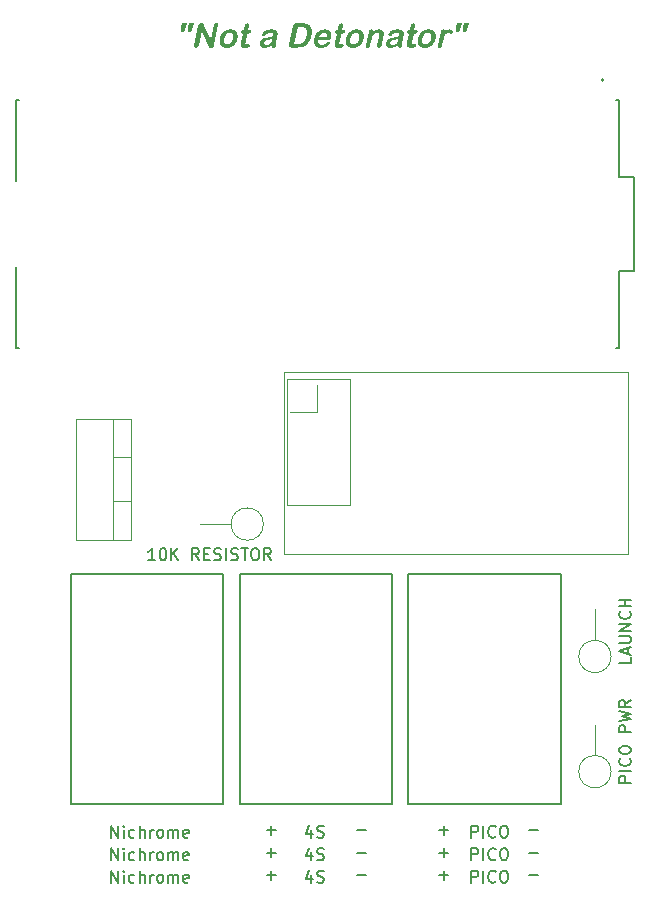
<source format=gbr>
%TF.GenerationSoftware,KiCad,Pcbnew,7.0.9*%
%TF.CreationDate,2024-07-01T11:41:40-07:00*%
%TF.ProjectId,detonator,6465746f-6e61-4746-9f72-2e6b69636164,rev?*%
%TF.SameCoordinates,Original*%
%TF.FileFunction,Legend,Top*%
%TF.FilePolarity,Positive*%
%FSLAX46Y46*%
G04 Gerber Fmt 4.6, Leading zero omitted, Abs format (unit mm)*
G04 Created by KiCad (PCBNEW 7.0.9) date 2024-07-01 11:41:40*
%MOMM*%
%LPD*%
G01*
G04 APERTURE LIST*
%ADD10C,0.150000*%
%ADD11C,0.157620*%
%ADD12C,0.120000*%
%ADD13C,0.200000*%
%ADD14C,0.127000*%
%ADD15C,0.152400*%
G04 APERTURE END LIST*
D10*
X145005588Y-101469819D02*
X144434160Y-101469819D01*
X144719874Y-101469819D02*
X144719874Y-100469819D01*
X144719874Y-100469819D02*
X144624636Y-100612676D01*
X144624636Y-100612676D02*
X144529398Y-100707914D01*
X144529398Y-100707914D02*
X144434160Y-100755533D01*
X145624636Y-100469819D02*
X145719874Y-100469819D01*
X145719874Y-100469819D02*
X145815112Y-100517438D01*
X145815112Y-100517438D02*
X145862731Y-100565057D01*
X145862731Y-100565057D02*
X145910350Y-100660295D01*
X145910350Y-100660295D02*
X145957969Y-100850771D01*
X145957969Y-100850771D02*
X145957969Y-101088866D01*
X145957969Y-101088866D02*
X145910350Y-101279342D01*
X145910350Y-101279342D02*
X145862731Y-101374580D01*
X145862731Y-101374580D02*
X145815112Y-101422200D01*
X145815112Y-101422200D02*
X145719874Y-101469819D01*
X145719874Y-101469819D02*
X145624636Y-101469819D01*
X145624636Y-101469819D02*
X145529398Y-101422200D01*
X145529398Y-101422200D02*
X145481779Y-101374580D01*
X145481779Y-101374580D02*
X145434160Y-101279342D01*
X145434160Y-101279342D02*
X145386541Y-101088866D01*
X145386541Y-101088866D02*
X145386541Y-100850771D01*
X145386541Y-100850771D02*
X145434160Y-100660295D01*
X145434160Y-100660295D02*
X145481779Y-100565057D01*
X145481779Y-100565057D02*
X145529398Y-100517438D01*
X145529398Y-100517438D02*
X145624636Y-100469819D01*
X146386541Y-101469819D02*
X146386541Y-100469819D01*
X146957969Y-101469819D02*
X146529398Y-100898390D01*
X146957969Y-100469819D02*
X146386541Y-101041247D01*
X148719874Y-101469819D02*
X148386541Y-100993628D01*
X148148446Y-101469819D02*
X148148446Y-100469819D01*
X148148446Y-100469819D02*
X148529398Y-100469819D01*
X148529398Y-100469819D02*
X148624636Y-100517438D01*
X148624636Y-100517438D02*
X148672255Y-100565057D01*
X148672255Y-100565057D02*
X148719874Y-100660295D01*
X148719874Y-100660295D02*
X148719874Y-100803152D01*
X148719874Y-100803152D02*
X148672255Y-100898390D01*
X148672255Y-100898390D02*
X148624636Y-100946009D01*
X148624636Y-100946009D02*
X148529398Y-100993628D01*
X148529398Y-100993628D02*
X148148446Y-100993628D01*
X149148446Y-100946009D02*
X149481779Y-100946009D01*
X149624636Y-101469819D02*
X149148446Y-101469819D01*
X149148446Y-101469819D02*
X149148446Y-100469819D01*
X149148446Y-100469819D02*
X149624636Y-100469819D01*
X150005589Y-101422200D02*
X150148446Y-101469819D01*
X150148446Y-101469819D02*
X150386541Y-101469819D01*
X150386541Y-101469819D02*
X150481779Y-101422200D01*
X150481779Y-101422200D02*
X150529398Y-101374580D01*
X150529398Y-101374580D02*
X150577017Y-101279342D01*
X150577017Y-101279342D02*
X150577017Y-101184104D01*
X150577017Y-101184104D02*
X150529398Y-101088866D01*
X150529398Y-101088866D02*
X150481779Y-101041247D01*
X150481779Y-101041247D02*
X150386541Y-100993628D01*
X150386541Y-100993628D02*
X150196065Y-100946009D01*
X150196065Y-100946009D02*
X150100827Y-100898390D01*
X150100827Y-100898390D02*
X150053208Y-100850771D01*
X150053208Y-100850771D02*
X150005589Y-100755533D01*
X150005589Y-100755533D02*
X150005589Y-100660295D01*
X150005589Y-100660295D02*
X150053208Y-100565057D01*
X150053208Y-100565057D02*
X150100827Y-100517438D01*
X150100827Y-100517438D02*
X150196065Y-100469819D01*
X150196065Y-100469819D02*
X150434160Y-100469819D01*
X150434160Y-100469819D02*
X150577017Y-100517438D01*
X151005589Y-101469819D02*
X151005589Y-100469819D01*
X151434160Y-101422200D02*
X151577017Y-101469819D01*
X151577017Y-101469819D02*
X151815112Y-101469819D01*
X151815112Y-101469819D02*
X151910350Y-101422200D01*
X151910350Y-101422200D02*
X151957969Y-101374580D01*
X151957969Y-101374580D02*
X152005588Y-101279342D01*
X152005588Y-101279342D02*
X152005588Y-101184104D01*
X152005588Y-101184104D02*
X151957969Y-101088866D01*
X151957969Y-101088866D02*
X151910350Y-101041247D01*
X151910350Y-101041247D02*
X151815112Y-100993628D01*
X151815112Y-100993628D02*
X151624636Y-100946009D01*
X151624636Y-100946009D02*
X151529398Y-100898390D01*
X151529398Y-100898390D02*
X151481779Y-100850771D01*
X151481779Y-100850771D02*
X151434160Y-100755533D01*
X151434160Y-100755533D02*
X151434160Y-100660295D01*
X151434160Y-100660295D02*
X151481779Y-100565057D01*
X151481779Y-100565057D02*
X151529398Y-100517438D01*
X151529398Y-100517438D02*
X151624636Y-100469819D01*
X151624636Y-100469819D02*
X151862731Y-100469819D01*
X151862731Y-100469819D02*
X152005588Y-100517438D01*
X152291303Y-100469819D02*
X152862731Y-100469819D01*
X152577017Y-101469819D02*
X152577017Y-100469819D01*
X153386541Y-100469819D02*
X153577017Y-100469819D01*
X153577017Y-100469819D02*
X153672255Y-100517438D01*
X153672255Y-100517438D02*
X153767493Y-100612676D01*
X153767493Y-100612676D02*
X153815112Y-100803152D01*
X153815112Y-100803152D02*
X153815112Y-101136485D01*
X153815112Y-101136485D02*
X153767493Y-101326961D01*
X153767493Y-101326961D02*
X153672255Y-101422200D01*
X153672255Y-101422200D02*
X153577017Y-101469819D01*
X153577017Y-101469819D02*
X153386541Y-101469819D01*
X153386541Y-101469819D02*
X153291303Y-101422200D01*
X153291303Y-101422200D02*
X153196065Y-101326961D01*
X153196065Y-101326961D02*
X153148446Y-101136485D01*
X153148446Y-101136485D02*
X153148446Y-100803152D01*
X153148446Y-100803152D02*
X153196065Y-100612676D01*
X153196065Y-100612676D02*
X153291303Y-100517438D01*
X153291303Y-100517438D02*
X153386541Y-100469819D01*
X154815112Y-101469819D02*
X154481779Y-100993628D01*
X154243684Y-101469819D02*
X154243684Y-100469819D01*
X154243684Y-100469819D02*
X154624636Y-100469819D01*
X154624636Y-100469819D02*
X154719874Y-100517438D01*
X154719874Y-100517438D02*
X154767493Y-100565057D01*
X154767493Y-100565057D02*
X154815112Y-100660295D01*
X154815112Y-100660295D02*
X154815112Y-100803152D01*
X154815112Y-100803152D02*
X154767493Y-100898390D01*
X154767493Y-100898390D02*
X154719874Y-100946009D01*
X154719874Y-100946009D02*
X154624636Y-100993628D01*
X154624636Y-100993628D02*
X154243684Y-100993628D01*
X185289819Y-109677030D02*
X185289819Y-110153220D01*
X185289819Y-110153220D02*
X184289819Y-110153220D01*
X185004104Y-109391315D02*
X185004104Y-108915125D01*
X185289819Y-109486553D02*
X184289819Y-109153220D01*
X184289819Y-109153220D02*
X185289819Y-108819887D01*
X184289819Y-108486553D02*
X185099342Y-108486553D01*
X185099342Y-108486553D02*
X185194580Y-108438934D01*
X185194580Y-108438934D02*
X185242200Y-108391315D01*
X185242200Y-108391315D02*
X185289819Y-108296077D01*
X185289819Y-108296077D02*
X185289819Y-108105601D01*
X185289819Y-108105601D02*
X185242200Y-108010363D01*
X185242200Y-108010363D02*
X185194580Y-107962744D01*
X185194580Y-107962744D02*
X185099342Y-107915125D01*
X185099342Y-107915125D02*
X184289819Y-107915125D01*
X185289819Y-107438934D02*
X184289819Y-107438934D01*
X184289819Y-107438934D02*
X185289819Y-106867506D01*
X185289819Y-106867506D02*
X184289819Y-106867506D01*
X185194580Y-105819887D02*
X185242200Y-105867506D01*
X185242200Y-105867506D02*
X185289819Y-106010363D01*
X185289819Y-106010363D02*
X185289819Y-106105601D01*
X185289819Y-106105601D02*
X185242200Y-106248458D01*
X185242200Y-106248458D02*
X185146961Y-106343696D01*
X185146961Y-106343696D02*
X185051723Y-106391315D01*
X185051723Y-106391315D02*
X184861247Y-106438934D01*
X184861247Y-106438934D02*
X184718390Y-106438934D01*
X184718390Y-106438934D02*
X184527914Y-106391315D01*
X184527914Y-106391315D02*
X184432676Y-106343696D01*
X184432676Y-106343696D02*
X184337438Y-106248458D01*
X184337438Y-106248458D02*
X184289819Y-106105601D01*
X184289819Y-106105601D02*
X184289819Y-106010363D01*
X184289819Y-106010363D02*
X184337438Y-105867506D01*
X184337438Y-105867506D02*
X184385057Y-105819887D01*
X185289819Y-105391315D02*
X184289819Y-105391315D01*
X184766009Y-105391315D02*
X184766009Y-104819887D01*
X185289819Y-104819887D02*
X184289819Y-104819887D01*
X185289819Y-120313220D02*
X184289819Y-120313220D01*
X184289819Y-120313220D02*
X184289819Y-119932268D01*
X184289819Y-119932268D02*
X184337438Y-119837030D01*
X184337438Y-119837030D02*
X184385057Y-119789411D01*
X184385057Y-119789411D02*
X184480295Y-119741792D01*
X184480295Y-119741792D02*
X184623152Y-119741792D01*
X184623152Y-119741792D02*
X184718390Y-119789411D01*
X184718390Y-119789411D02*
X184766009Y-119837030D01*
X184766009Y-119837030D02*
X184813628Y-119932268D01*
X184813628Y-119932268D02*
X184813628Y-120313220D01*
X185289819Y-119313220D02*
X184289819Y-119313220D01*
X185194580Y-118265602D02*
X185242200Y-118313221D01*
X185242200Y-118313221D02*
X185289819Y-118456078D01*
X185289819Y-118456078D02*
X185289819Y-118551316D01*
X185289819Y-118551316D02*
X185242200Y-118694173D01*
X185242200Y-118694173D02*
X185146961Y-118789411D01*
X185146961Y-118789411D02*
X185051723Y-118837030D01*
X185051723Y-118837030D02*
X184861247Y-118884649D01*
X184861247Y-118884649D02*
X184718390Y-118884649D01*
X184718390Y-118884649D02*
X184527914Y-118837030D01*
X184527914Y-118837030D02*
X184432676Y-118789411D01*
X184432676Y-118789411D02*
X184337438Y-118694173D01*
X184337438Y-118694173D02*
X184289819Y-118551316D01*
X184289819Y-118551316D02*
X184289819Y-118456078D01*
X184289819Y-118456078D02*
X184337438Y-118313221D01*
X184337438Y-118313221D02*
X184385057Y-118265602D01*
X184289819Y-117646554D02*
X184289819Y-117456078D01*
X184289819Y-117456078D02*
X184337438Y-117360840D01*
X184337438Y-117360840D02*
X184432676Y-117265602D01*
X184432676Y-117265602D02*
X184623152Y-117217983D01*
X184623152Y-117217983D02*
X184956485Y-117217983D01*
X184956485Y-117217983D02*
X185146961Y-117265602D01*
X185146961Y-117265602D02*
X185242200Y-117360840D01*
X185242200Y-117360840D02*
X185289819Y-117456078D01*
X185289819Y-117456078D02*
X185289819Y-117646554D01*
X185289819Y-117646554D02*
X185242200Y-117741792D01*
X185242200Y-117741792D02*
X185146961Y-117837030D01*
X185146961Y-117837030D02*
X184956485Y-117884649D01*
X184956485Y-117884649D02*
X184623152Y-117884649D01*
X184623152Y-117884649D02*
X184432676Y-117837030D01*
X184432676Y-117837030D02*
X184337438Y-117741792D01*
X184337438Y-117741792D02*
X184289819Y-117646554D01*
X185289819Y-116027506D02*
X184289819Y-116027506D01*
X184289819Y-116027506D02*
X184289819Y-115646554D01*
X184289819Y-115646554D02*
X184337438Y-115551316D01*
X184337438Y-115551316D02*
X184385057Y-115503697D01*
X184385057Y-115503697D02*
X184480295Y-115456078D01*
X184480295Y-115456078D02*
X184623152Y-115456078D01*
X184623152Y-115456078D02*
X184718390Y-115503697D01*
X184718390Y-115503697D02*
X184766009Y-115551316D01*
X184766009Y-115551316D02*
X184813628Y-115646554D01*
X184813628Y-115646554D02*
X184813628Y-116027506D01*
X184289819Y-115122744D02*
X185289819Y-114884649D01*
X185289819Y-114884649D02*
X184575533Y-114694173D01*
X184575533Y-114694173D02*
X185289819Y-114503697D01*
X185289819Y-114503697D02*
X184289819Y-114265602D01*
X185289819Y-113313221D02*
X184813628Y-113646554D01*
X185289819Y-113884649D02*
X184289819Y-113884649D01*
X184289819Y-113884649D02*
X184289819Y-113503697D01*
X184289819Y-113503697D02*
X184337438Y-113408459D01*
X184337438Y-113408459D02*
X184385057Y-113360840D01*
X184385057Y-113360840D02*
X184480295Y-113313221D01*
X184480295Y-113313221D02*
X184623152Y-113313221D01*
X184623152Y-113313221D02*
X184718390Y-113360840D01*
X184718390Y-113360840D02*
X184766009Y-113408459D01*
X184766009Y-113408459D02*
X184813628Y-113503697D01*
X184813628Y-113503697D02*
X184813628Y-113884649D01*
X169843220Y-128146133D02*
X169081316Y-128146133D01*
X169462268Y-127765180D02*
X169462268Y-128527085D01*
X171786779Y-128774819D02*
X171786779Y-127774819D01*
X171786779Y-127774819D02*
X172167731Y-127774819D01*
X172167731Y-127774819D02*
X172262969Y-127822438D01*
X172262969Y-127822438D02*
X172310588Y-127870057D01*
X172310588Y-127870057D02*
X172358207Y-127965295D01*
X172358207Y-127965295D02*
X172358207Y-128108152D01*
X172358207Y-128108152D02*
X172310588Y-128203390D01*
X172310588Y-128203390D02*
X172262969Y-128251009D01*
X172262969Y-128251009D02*
X172167731Y-128298628D01*
X172167731Y-128298628D02*
X171786779Y-128298628D01*
X172786779Y-128774819D02*
X172786779Y-127774819D01*
X173834397Y-128679580D02*
X173786778Y-128727200D01*
X173786778Y-128727200D02*
X173643921Y-128774819D01*
X173643921Y-128774819D02*
X173548683Y-128774819D01*
X173548683Y-128774819D02*
X173405826Y-128727200D01*
X173405826Y-128727200D02*
X173310588Y-128631961D01*
X173310588Y-128631961D02*
X173262969Y-128536723D01*
X173262969Y-128536723D02*
X173215350Y-128346247D01*
X173215350Y-128346247D02*
X173215350Y-128203390D01*
X173215350Y-128203390D02*
X173262969Y-128012914D01*
X173262969Y-128012914D02*
X173310588Y-127917676D01*
X173310588Y-127917676D02*
X173405826Y-127822438D01*
X173405826Y-127822438D02*
X173548683Y-127774819D01*
X173548683Y-127774819D02*
X173643921Y-127774819D01*
X173643921Y-127774819D02*
X173786778Y-127822438D01*
X173786778Y-127822438D02*
X173834397Y-127870057D01*
X174453445Y-127774819D02*
X174643921Y-127774819D01*
X174643921Y-127774819D02*
X174739159Y-127822438D01*
X174739159Y-127822438D02*
X174834397Y-127917676D01*
X174834397Y-127917676D02*
X174882016Y-128108152D01*
X174882016Y-128108152D02*
X174882016Y-128441485D01*
X174882016Y-128441485D02*
X174834397Y-128631961D01*
X174834397Y-128631961D02*
X174739159Y-128727200D01*
X174739159Y-128727200D02*
X174643921Y-128774819D01*
X174643921Y-128774819D02*
X174453445Y-128774819D01*
X174453445Y-128774819D02*
X174358207Y-128727200D01*
X174358207Y-128727200D02*
X174262969Y-128631961D01*
X174262969Y-128631961D02*
X174215350Y-128441485D01*
X174215350Y-128441485D02*
X174215350Y-128108152D01*
X174215350Y-128108152D02*
X174262969Y-127917676D01*
X174262969Y-127917676D02*
X174358207Y-127822438D01*
X174358207Y-127822438D02*
X174453445Y-127774819D01*
X141306779Y-128774819D02*
X141306779Y-127774819D01*
X141306779Y-127774819D02*
X141878207Y-128774819D01*
X141878207Y-128774819D02*
X141878207Y-127774819D01*
X142354398Y-128774819D02*
X142354398Y-128108152D01*
X142354398Y-127774819D02*
X142306779Y-127822438D01*
X142306779Y-127822438D02*
X142354398Y-127870057D01*
X142354398Y-127870057D02*
X142402017Y-127822438D01*
X142402017Y-127822438D02*
X142354398Y-127774819D01*
X142354398Y-127774819D02*
X142354398Y-127870057D01*
X143259159Y-128727200D02*
X143163921Y-128774819D01*
X143163921Y-128774819D02*
X142973445Y-128774819D01*
X142973445Y-128774819D02*
X142878207Y-128727200D01*
X142878207Y-128727200D02*
X142830588Y-128679580D01*
X142830588Y-128679580D02*
X142782969Y-128584342D01*
X142782969Y-128584342D02*
X142782969Y-128298628D01*
X142782969Y-128298628D02*
X142830588Y-128203390D01*
X142830588Y-128203390D02*
X142878207Y-128155771D01*
X142878207Y-128155771D02*
X142973445Y-128108152D01*
X142973445Y-128108152D02*
X143163921Y-128108152D01*
X143163921Y-128108152D02*
X143259159Y-128155771D01*
X143687731Y-128774819D02*
X143687731Y-127774819D01*
X144116302Y-128774819D02*
X144116302Y-128251009D01*
X144116302Y-128251009D02*
X144068683Y-128155771D01*
X144068683Y-128155771D02*
X143973445Y-128108152D01*
X143973445Y-128108152D02*
X143830588Y-128108152D01*
X143830588Y-128108152D02*
X143735350Y-128155771D01*
X143735350Y-128155771D02*
X143687731Y-128203390D01*
X144592493Y-128774819D02*
X144592493Y-128108152D01*
X144592493Y-128298628D02*
X144640112Y-128203390D01*
X144640112Y-128203390D02*
X144687731Y-128155771D01*
X144687731Y-128155771D02*
X144782969Y-128108152D01*
X144782969Y-128108152D02*
X144878207Y-128108152D01*
X145354398Y-128774819D02*
X145259160Y-128727200D01*
X145259160Y-128727200D02*
X145211541Y-128679580D01*
X145211541Y-128679580D02*
X145163922Y-128584342D01*
X145163922Y-128584342D02*
X145163922Y-128298628D01*
X145163922Y-128298628D02*
X145211541Y-128203390D01*
X145211541Y-128203390D02*
X145259160Y-128155771D01*
X145259160Y-128155771D02*
X145354398Y-128108152D01*
X145354398Y-128108152D02*
X145497255Y-128108152D01*
X145497255Y-128108152D02*
X145592493Y-128155771D01*
X145592493Y-128155771D02*
X145640112Y-128203390D01*
X145640112Y-128203390D02*
X145687731Y-128298628D01*
X145687731Y-128298628D02*
X145687731Y-128584342D01*
X145687731Y-128584342D02*
X145640112Y-128679580D01*
X145640112Y-128679580D02*
X145592493Y-128727200D01*
X145592493Y-128727200D02*
X145497255Y-128774819D01*
X145497255Y-128774819D02*
X145354398Y-128774819D01*
X146116303Y-128774819D02*
X146116303Y-128108152D01*
X146116303Y-128203390D02*
X146163922Y-128155771D01*
X146163922Y-128155771D02*
X146259160Y-128108152D01*
X146259160Y-128108152D02*
X146402017Y-128108152D01*
X146402017Y-128108152D02*
X146497255Y-128155771D01*
X146497255Y-128155771D02*
X146544874Y-128251009D01*
X146544874Y-128251009D02*
X146544874Y-128774819D01*
X146544874Y-128251009D02*
X146592493Y-128155771D01*
X146592493Y-128155771D02*
X146687731Y-128108152D01*
X146687731Y-128108152D02*
X146830588Y-128108152D01*
X146830588Y-128108152D02*
X146925827Y-128155771D01*
X146925827Y-128155771D02*
X146973446Y-128251009D01*
X146973446Y-128251009D02*
X146973446Y-128774819D01*
X147830588Y-128727200D02*
X147735350Y-128774819D01*
X147735350Y-128774819D02*
X147544874Y-128774819D01*
X147544874Y-128774819D02*
X147449636Y-128727200D01*
X147449636Y-128727200D02*
X147402017Y-128631961D01*
X147402017Y-128631961D02*
X147402017Y-128251009D01*
X147402017Y-128251009D02*
X147449636Y-128155771D01*
X147449636Y-128155771D02*
X147544874Y-128108152D01*
X147544874Y-128108152D02*
X147735350Y-128108152D01*
X147735350Y-128108152D02*
X147830588Y-128155771D01*
X147830588Y-128155771D02*
X147878207Y-128251009D01*
X147878207Y-128251009D02*
X147878207Y-128346247D01*
X147878207Y-128346247D02*
X147402017Y-128441485D01*
X177463220Y-128146133D02*
X176701316Y-128146133D01*
X155238220Y-128146133D02*
X154476316Y-128146133D01*
X154857268Y-127765180D02*
X154857268Y-128527085D01*
X158245350Y-128108152D02*
X158245350Y-128774819D01*
X158007255Y-127727200D02*
X157769160Y-128441485D01*
X157769160Y-128441485D02*
X158388207Y-128441485D01*
X158721541Y-128727200D02*
X158864398Y-128774819D01*
X158864398Y-128774819D02*
X159102493Y-128774819D01*
X159102493Y-128774819D02*
X159197731Y-128727200D01*
X159197731Y-128727200D02*
X159245350Y-128679580D01*
X159245350Y-128679580D02*
X159292969Y-128584342D01*
X159292969Y-128584342D02*
X159292969Y-128489104D01*
X159292969Y-128489104D02*
X159245350Y-128393866D01*
X159245350Y-128393866D02*
X159197731Y-128346247D01*
X159197731Y-128346247D02*
X159102493Y-128298628D01*
X159102493Y-128298628D02*
X158912017Y-128251009D01*
X158912017Y-128251009D02*
X158816779Y-128203390D01*
X158816779Y-128203390D02*
X158769160Y-128155771D01*
X158769160Y-128155771D02*
X158721541Y-128060533D01*
X158721541Y-128060533D02*
X158721541Y-127965295D01*
X158721541Y-127965295D02*
X158769160Y-127870057D01*
X158769160Y-127870057D02*
X158816779Y-127822438D01*
X158816779Y-127822438D02*
X158912017Y-127774819D01*
X158912017Y-127774819D02*
X159150112Y-127774819D01*
X159150112Y-127774819D02*
X159292969Y-127822438D01*
X162858220Y-128146133D02*
X162096316Y-128146133D01*
X169843220Y-126241133D02*
X169081316Y-126241133D01*
X169462268Y-125860180D02*
X169462268Y-126622085D01*
X171786779Y-126869819D02*
X171786779Y-125869819D01*
X171786779Y-125869819D02*
X172167731Y-125869819D01*
X172167731Y-125869819D02*
X172262969Y-125917438D01*
X172262969Y-125917438D02*
X172310588Y-125965057D01*
X172310588Y-125965057D02*
X172358207Y-126060295D01*
X172358207Y-126060295D02*
X172358207Y-126203152D01*
X172358207Y-126203152D02*
X172310588Y-126298390D01*
X172310588Y-126298390D02*
X172262969Y-126346009D01*
X172262969Y-126346009D02*
X172167731Y-126393628D01*
X172167731Y-126393628D02*
X171786779Y-126393628D01*
X172786779Y-126869819D02*
X172786779Y-125869819D01*
X173834397Y-126774580D02*
X173786778Y-126822200D01*
X173786778Y-126822200D02*
X173643921Y-126869819D01*
X173643921Y-126869819D02*
X173548683Y-126869819D01*
X173548683Y-126869819D02*
X173405826Y-126822200D01*
X173405826Y-126822200D02*
X173310588Y-126726961D01*
X173310588Y-126726961D02*
X173262969Y-126631723D01*
X173262969Y-126631723D02*
X173215350Y-126441247D01*
X173215350Y-126441247D02*
X173215350Y-126298390D01*
X173215350Y-126298390D02*
X173262969Y-126107914D01*
X173262969Y-126107914D02*
X173310588Y-126012676D01*
X173310588Y-126012676D02*
X173405826Y-125917438D01*
X173405826Y-125917438D02*
X173548683Y-125869819D01*
X173548683Y-125869819D02*
X173643921Y-125869819D01*
X173643921Y-125869819D02*
X173786778Y-125917438D01*
X173786778Y-125917438D02*
X173834397Y-125965057D01*
X174453445Y-125869819D02*
X174643921Y-125869819D01*
X174643921Y-125869819D02*
X174739159Y-125917438D01*
X174739159Y-125917438D02*
X174834397Y-126012676D01*
X174834397Y-126012676D02*
X174882016Y-126203152D01*
X174882016Y-126203152D02*
X174882016Y-126536485D01*
X174882016Y-126536485D02*
X174834397Y-126726961D01*
X174834397Y-126726961D02*
X174739159Y-126822200D01*
X174739159Y-126822200D02*
X174643921Y-126869819D01*
X174643921Y-126869819D02*
X174453445Y-126869819D01*
X174453445Y-126869819D02*
X174358207Y-126822200D01*
X174358207Y-126822200D02*
X174262969Y-126726961D01*
X174262969Y-126726961D02*
X174215350Y-126536485D01*
X174215350Y-126536485D02*
X174215350Y-126203152D01*
X174215350Y-126203152D02*
X174262969Y-126012676D01*
X174262969Y-126012676D02*
X174358207Y-125917438D01*
X174358207Y-125917438D02*
X174453445Y-125869819D01*
X141306779Y-126869819D02*
X141306779Y-125869819D01*
X141306779Y-125869819D02*
X141878207Y-126869819D01*
X141878207Y-126869819D02*
X141878207Y-125869819D01*
X142354398Y-126869819D02*
X142354398Y-126203152D01*
X142354398Y-125869819D02*
X142306779Y-125917438D01*
X142306779Y-125917438D02*
X142354398Y-125965057D01*
X142354398Y-125965057D02*
X142402017Y-125917438D01*
X142402017Y-125917438D02*
X142354398Y-125869819D01*
X142354398Y-125869819D02*
X142354398Y-125965057D01*
X143259159Y-126822200D02*
X143163921Y-126869819D01*
X143163921Y-126869819D02*
X142973445Y-126869819D01*
X142973445Y-126869819D02*
X142878207Y-126822200D01*
X142878207Y-126822200D02*
X142830588Y-126774580D01*
X142830588Y-126774580D02*
X142782969Y-126679342D01*
X142782969Y-126679342D02*
X142782969Y-126393628D01*
X142782969Y-126393628D02*
X142830588Y-126298390D01*
X142830588Y-126298390D02*
X142878207Y-126250771D01*
X142878207Y-126250771D02*
X142973445Y-126203152D01*
X142973445Y-126203152D02*
X143163921Y-126203152D01*
X143163921Y-126203152D02*
X143259159Y-126250771D01*
X143687731Y-126869819D02*
X143687731Y-125869819D01*
X144116302Y-126869819D02*
X144116302Y-126346009D01*
X144116302Y-126346009D02*
X144068683Y-126250771D01*
X144068683Y-126250771D02*
X143973445Y-126203152D01*
X143973445Y-126203152D02*
X143830588Y-126203152D01*
X143830588Y-126203152D02*
X143735350Y-126250771D01*
X143735350Y-126250771D02*
X143687731Y-126298390D01*
X144592493Y-126869819D02*
X144592493Y-126203152D01*
X144592493Y-126393628D02*
X144640112Y-126298390D01*
X144640112Y-126298390D02*
X144687731Y-126250771D01*
X144687731Y-126250771D02*
X144782969Y-126203152D01*
X144782969Y-126203152D02*
X144878207Y-126203152D01*
X145354398Y-126869819D02*
X145259160Y-126822200D01*
X145259160Y-126822200D02*
X145211541Y-126774580D01*
X145211541Y-126774580D02*
X145163922Y-126679342D01*
X145163922Y-126679342D02*
X145163922Y-126393628D01*
X145163922Y-126393628D02*
X145211541Y-126298390D01*
X145211541Y-126298390D02*
X145259160Y-126250771D01*
X145259160Y-126250771D02*
X145354398Y-126203152D01*
X145354398Y-126203152D02*
X145497255Y-126203152D01*
X145497255Y-126203152D02*
X145592493Y-126250771D01*
X145592493Y-126250771D02*
X145640112Y-126298390D01*
X145640112Y-126298390D02*
X145687731Y-126393628D01*
X145687731Y-126393628D02*
X145687731Y-126679342D01*
X145687731Y-126679342D02*
X145640112Y-126774580D01*
X145640112Y-126774580D02*
X145592493Y-126822200D01*
X145592493Y-126822200D02*
X145497255Y-126869819D01*
X145497255Y-126869819D02*
X145354398Y-126869819D01*
X146116303Y-126869819D02*
X146116303Y-126203152D01*
X146116303Y-126298390D02*
X146163922Y-126250771D01*
X146163922Y-126250771D02*
X146259160Y-126203152D01*
X146259160Y-126203152D02*
X146402017Y-126203152D01*
X146402017Y-126203152D02*
X146497255Y-126250771D01*
X146497255Y-126250771D02*
X146544874Y-126346009D01*
X146544874Y-126346009D02*
X146544874Y-126869819D01*
X146544874Y-126346009D02*
X146592493Y-126250771D01*
X146592493Y-126250771D02*
X146687731Y-126203152D01*
X146687731Y-126203152D02*
X146830588Y-126203152D01*
X146830588Y-126203152D02*
X146925827Y-126250771D01*
X146925827Y-126250771D02*
X146973446Y-126346009D01*
X146973446Y-126346009D02*
X146973446Y-126869819D01*
X147830588Y-126822200D02*
X147735350Y-126869819D01*
X147735350Y-126869819D02*
X147544874Y-126869819D01*
X147544874Y-126869819D02*
X147449636Y-126822200D01*
X147449636Y-126822200D02*
X147402017Y-126726961D01*
X147402017Y-126726961D02*
X147402017Y-126346009D01*
X147402017Y-126346009D02*
X147449636Y-126250771D01*
X147449636Y-126250771D02*
X147544874Y-126203152D01*
X147544874Y-126203152D02*
X147735350Y-126203152D01*
X147735350Y-126203152D02*
X147830588Y-126250771D01*
X147830588Y-126250771D02*
X147878207Y-126346009D01*
X147878207Y-126346009D02*
X147878207Y-126441247D01*
X147878207Y-126441247D02*
X147402017Y-126536485D01*
X177463220Y-126241133D02*
X176701316Y-126241133D01*
X155238220Y-126241133D02*
X154476316Y-126241133D01*
X154857268Y-125860180D02*
X154857268Y-126622085D01*
X158245350Y-126203152D02*
X158245350Y-126869819D01*
X158007255Y-125822200D02*
X157769160Y-126536485D01*
X157769160Y-126536485D02*
X158388207Y-126536485D01*
X158721541Y-126822200D02*
X158864398Y-126869819D01*
X158864398Y-126869819D02*
X159102493Y-126869819D01*
X159102493Y-126869819D02*
X159197731Y-126822200D01*
X159197731Y-126822200D02*
X159245350Y-126774580D01*
X159245350Y-126774580D02*
X159292969Y-126679342D01*
X159292969Y-126679342D02*
X159292969Y-126584104D01*
X159292969Y-126584104D02*
X159245350Y-126488866D01*
X159245350Y-126488866D02*
X159197731Y-126441247D01*
X159197731Y-126441247D02*
X159102493Y-126393628D01*
X159102493Y-126393628D02*
X158912017Y-126346009D01*
X158912017Y-126346009D02*
X158816779Y-126298390D01*
X158816779Y-126298390D02*
X158769160Y-126250771D01*
X158769160Y-126250771D02*
X158721541Y-126155533D01*
X158721541Y-126155533D02*
X158721541Y-126060295D01*
X158721541Y-126060295D02*
X158769160Y-125965057D01*
X158769160Y-125965057D02*
X158816779Y-125917438D01*
X158816779Y-125917438D02*
X158912017Y-125869819D01*
X158912017Y-125869819D02*
X159150112Y-125869819D01*
X159150112Y-125869819D02*
X159292969Y-125917438D01*
X162858220Y-126241133D02*
X162096316Y-126241133D01*
X155238220Y-124336133D02*
X154476316Y-124336133D01*
X154857268Y-123955180D02*
X154857268Y-124717085D01*
X158245350Y-124298152D02*
X158245350Y-124964819D01*
X158007255Y-123917200D02*
X157769160Y-124631485D01*
X157769160Y-124631485D02*
X158388207Y-124631485D01*
X158721541Y-124917200D02*
X158864398Y-124964819D01*
X158864398Y-124964819D02*
X159102493Y-124964819D01*
X159102493Y-124964819D02*
X159197731Y-124917200D01*
X159197731Y-124917200D02*
X159245350Y-124869580D01*
X159245350Y-124869580D02*
X159292969Y-124774342D01*
X159292969Y-124774342D02*
X159292969Y-124679104D01*
X159292969Y-124679104D02*
X159245350Y-124583866D01*
X159245350Y-124583866D02*
X159197731Y-124536247D01*
X159197731Y-124536247D02*
X159102493Y-124488628D01*
X159102493Y-124488628D02*
X158912017Y-124441009D01*
X158912017Y-124441009D02*
X158816779Y-124393390D01*
X158816779Y-124393390D02*
X158769160Y-124345771D01*
X158769160Y-124345771D02*
X158721541Y-124250533D01*
X158721541Y-124250533D02*
X158721541Y-124155295D01*
X158721541Y-124155295D02*
X158769160Y-124060057D01*
X158769160Y-124060057D02*
X158816779Y-124012438D01*
X158816779Y-124012438D02*
X158912017Y-123964819D01*
X158912017Y-123964819D02*
X159150112Y-123964819D01*
X159150112Y-123964819D02*
X159292969Y-124012438D01*
X162858220Y-124336133D02*
X162096316Y-124336133D01*
X169843220Y-124336133D02*
X169081316Y-124336133D01*
X169462268Y-123955180D02*
X169462268Y-124717085D01*
X177463220Y-124336133D02*
X176701316Y-124336133D01*
X171786779Y-124964819D02*
X171786779Y-123964819D01*
X171786779Y-123964819D02*
X172167731Y-123964819D01*
X172167731Y-123964819D02*
X172262969Y-124012438D01*
X172262969Y-124012438D02*
X172310588Y-124060057D01*
X172310588Y-124060057D02*
X172358207Y-124155295D01*
X172358207Y-124155295D02*
X172358207Y-124298152D01*
X172358207Y-124298152D02*
X172310588Y-124393390D01*
X172310588Y-124393390D02*
X172262969Y-124441009D01*
X172262969Y-124441009D02*
X172167731Y-124488628D01*
X172167731Y-124488628D02*
X171786779Y-124488628D01*
X172786779Y-124964819D02*
X172786779Y-123964819D01*
X173834397Y-124869580D02*
X173786778Y-124917200D01*
X173786778Y-124917200D02*
X173643921Y-124964819D01*
X173643921Y-124964819D02*
X173548683Y-124964819D01*
X173548683Y-124964819D02*
X173405826Y-124917200D01*
X173405826Y-124917200D02*
X173310588Y-124821961D01*
X173310588Y-124821961D02*
X173262969Y-124726723D01*
X173262969Y-124726723D02*
X173215350Y-124536247D01*
X173215350Y-124536247D02*
X173215350Y-124393390D01*
X173215350Y-124393390D02*
X173262969Y-124202914D01*
X173262969Y-124202914D02*
X173310588Y-124107676D01*
X173310588Y-124107676D02*
X173405826Y-124012438D01*
X173405826Y-124012438D02*
X173548683Y-123964819D01*
X173548683Y-123964819D02*
X173643921Y-123964819D01*
X173643921Y-123964819D02*
X173786778Y-124012438D01*
X173786778Y-124012438D02*
X173834397Y-124060057D01*
X174453445Y-123964819D02*
X174643921Y-123964819D01*
X174643921Y-123964819D02*
X174739159Y-124012438D01*
X174739159Y-124012438D02*
X174834397Y-124107676D01*
X174834397Y-124107676D02*
X174882016Y-124298152D01*
X174882016Y-124298152D02*
X174882016Y-124631485D01*
X174882016Y-124631485D02*
X174834397Y-124821961D01*
X174834397Y-124821961D02*
X174739159Y-124917200D01*
X174739159Y-124917200D02*
X174643921Y-124964819D01*
X174643921Y-124964819D02*
X174453445Y-124964819D01*
X174453445Y-124964819D02*
X174358207Y-124917200D01*
X174358207Y-124917200D02*
X174262969Y-124821961D01*
X174262969Y-124821961D02*
X174215350Y-124631485D01*
X174215350Y-124631485D02*
X174215350Y-124298152D01*
X174215350Y-124298152D02*
X174262969Y-124107676D01*
X174262969Y-124107676D02*
X174358207Y-124012438D01*
X174358207Y-124012438D02*
X174453445Y-123964819D01*
X141306779Y-124964819D02*
X141306779Y-123964819D01*
X141306779Y-123964819D02*
X141878207Y-124964819D01*
X141878207Y-124964819D02*
X141878207Y-123964819D01*
X142354398Y-124964819D02*
X142354398Y-124298152D01*
X142354398Y-123964819D02*
X142306779Y-124012438D01*
X142306779Y-124012438D02*
X142354398Y-124060057D01*
X142354398Y-124060057D02*
X142402017Y-124012438D01*
X142402017Y-124012438D02*
X142354398Y-123964819D01*
X142354398Y-123964819D02*
X142354398Y-124060057D01*
X143259159Y-124917200D02*
X143163921Y-124964819D01*
X143163921Y-124964819D02*
X142973445Y-124964819D01*
X142973445Y-124964819D02*
X142878207Y-124917200D01*
X142878207Y-124917200D02*
X142830588Y-124869580D01*
X142830588Y-124869580D02*
X142782969Y-124774342D01*
X142782969Y-124774342D02*
X142782969Y-124488628D01*
X142782969Y-124488628D02*
X142830588Y-124393390D01*
X142830588Y-124393390D02*
X142878207Y-124345771D01*
X142878207Y-124345771D02*
X142973445Y-124298152D01*
X142973445Y-124298152D02*
X143163921Y-124298152D01*
X143163921Y-124298152D02*
X143259159Y-124345771D01*
X143687731Y-124964819D02*
X143687731Y-123964819D01*
X144116302Y-124964819D02*
X144116302Y-124441009D01*
X144116302Y-124441009D02*
X144068683Y-124345771D01*
X144068683Y-124345771D02*
X143973445Y-124298152D01*
X143973445Y-124298152D02*
X143830588Y-124298152D01*
X143830588Y-124298152D02*
X143735350Y-124345771D01*
X143735350Y-124345771D02*
X143687731Y-124393390D01*
X144592493Y-124964819D02*
X144592493Y-124298152D01*
X144592493Y-124488628D02*
X144640112Y-124393390D01*
X144640112Y-124393390D02*
X144687731Y-124345771D01*
X144687731Y-124345771D02*
X144782969Y-124298152D01*
X144782969Y-124298152D02*
X144878207Y-124298152D01*
X145354398Y-124964819D02*
X145259160Y-124917200D01*
X145259160Y-124917200D02*
X145211541Y-124869580D01*
X145211541Y-124869580D02*
X145163922Y-124774342D01*
X145163922Y-124774342D02*
X145163922Y-124488628D01*
X145163922Y-124488628D02*
X145211541Y-124393390D01*
X145211541Y-124393390D02*
X145259160Y-124345771D01*
X145259160Y-124345771D02*
X145354398Y-124298152D01*
X145354398Y-124298152D02*
X145497255Y-124298152D01*
X145497255Y-124298152D02*
X145592493Y-124345771D01*
X145592493Y-124345771D02*
X145640112Y-124393390D01*
X145640112Y-124393390D02*
X145687731Y-124488628D01*
X145687731Y-124488628D02*
X145687731Y-124774342D01*
X145687731Y-124774342D02*
X145640112Y-124869580D01*
X145640112Y-124869580D02*
X145592493Y-124917200D01*
X145592493Y-124917200D02*
X145497255Y-124964819D01*
X145497255Y-124964819D02*
X145354398Y-124964819D01*
X146116303Y-124964819D02*
X146116303Y-124298152D01*
X146116303Y-124393390D02*
X146163922Y-124345771D01*
X146163922Y-124345771D02*
X146259160Y-124298152D01*
X146259160Y-124298152D02*
X146402017Y-124298152D01*
X146402017Y-124298152D02*
X146497255Y-124345771D01*
X146497255Y-124345771D02*
X146544874Y-124441009D01*
X146544874Y-124441009D02*
X146544874Y-124964819D01*
X146544874Y-124441009D02*
X146592493Y-124345771D01*
X146592493Y-124345771D02*
X146687731Y-124298152D01*
X146687731Y-124298152D02*
X146830588Y-124298152D01*
X146830588Y-124298152D02*
X146925827Y-124345771D01*
X146925827Y-124345771D02*
X146973446Y-124441009D01*
X146973446Y-124441009D02*
X146973446Y-124964819D01*
X147830588Y-124917200D02*
X147735350Y-124964819D01*
X147735350Y-124964819D02*
X147544874Y-124964819D01*
X147544874Y-124964819D02*
X147449636Y-124917200D01*
X147449636Y-124917200D02*
X147402017Y-124821961D01*
X147402017Y-124821961D02*
X147402017Y-124441009D01*
X147402017Y-124441009D02*
X147449636Y-124345771D01*
X147449636Y-124345771D02*
X147544874Y-124298152D01*
X147544874Y-124298152D02*
X147735350Y-124298152D01*
X147735350Y-124298152D02*
X147830588Y-124345771D01*
X147830588Y-124345771D02*
X147878207Y-124441009D01*
X147878207Y-124441009D02*
X147878207Y-124536247D01*
X147878207Y-124536247D02*
X147402017Y-124631485D01*
D11*
G36*
X147468795Y-56764642D02*
G01*
X147185093Y-56764642D01*
X147192572Y-56378229D01*
X147264868Y-56030707D01*
X147685684Y-56030707D01*
X147613388Y-56378229D01*
X147468795Y-56764642D01*
G37*
G36*
X148086058Y-56764642D02*
G01*
X147801858Y-56764642D01*
X147809337Y-56378229D01*
X147881633Y-56030707D01*
X148302948Y-56030707D01*
X148230651Y-56378229D01*
X148086058Y-56764642D01*
G37*
G36*
X149188955Y-56217681D02*
G01*
X149718964Y-57434757D01*
X149974246Y-56206213D01*
X149979249Y-56184302D01*
X149984910Y-56163443D01*
X149991227Y-56143635D01*
X149998202Y-56124879D01*
X150008525Y-56101508D01*
X150020016Y-56080006D01*
X150032676Y-56060373D01*
X150046504Y-56042611D01*
X150061501Y-56026718D01*
X150077557Y-56012695D01*
X150094315Y-56000542D01*
X150111773Y-55990258D01*
X150129933Y-55981844D01*
X150148794Y-55975300D01*
X150168356Y-55970626D01*
X150188620Y-55967821D01*
X150209584Y-55966886D01*
X150230743Y-55967821D01*
X150255001Y-55971619D01*
X150276825Y-55978338D01*
X150296213Y-55987979D01*
X150313168Y-56000542D01*
X150327687Y-56016025D01*
X150335231Y-56026718D01*
X150345682Y-56046888D01*
X150353042Y-56070004D01*
X150356703Y-56090618D01*
X150358386Y-56113118D01*
X150358090Y-56137502D01*
X150355815Y-56163772D01*
X150352811Y-56184712D01*
X150348693Y-56206712D01*
X150010644Y-57832638D01*
X150002964Y-57865603D01*
X149994011Y-57896442D01*
X149983784Y-57925155D01*
X149972283Y-57951740D01*
X149959508Y-57976199D01*
X149945460Y-57998530D01*
X149930138Y-58018735D01*
X149913542Y-58036813D01*
X149895672Y-58052764D01*
X149876529Y-58066589D01*
X149856112Y-58078286D01*
X149834421Y-58087857D01*
X149811456Y-58095301D01*
X149787218Y-58100618D01*
X149761705Y-58103808D01*
X149734919Y-58104872D01*
X149711787Y-58104108D01*
X149689942Y-58101818D01*
X149669387Y-58098000D01*
X149650119Y-58092656D01*
X149639687Y-58088917D01*
X149620055Y-58079755D01*
X149601545Y-58068225D01*
X149584156Y-58054326D01*
X149569861Y-58040223D01*
X149567889Y-58038060D01*
X149554529Y-58022218D01*
X149541931Y-58005230D01*
X149530097Y-57987098D01*
X149519027Y-57967820D01*
X149513044Y-57956290D01*
X149503057Y-57935689D01*
X149493166Y-57914898D01*
X149483370Y-57893916D01*
X149475050Y-57875780D01*
X149468170Y-57860559D01*
X148951124Y-56668911D01*
X148702324Y-57867539D01*
X148697380Y-57889009D01*
X148691708Y-57909480D01*
X148685308Y-57928952D01*
X148675644Y-57953359D01*
X148664687Y-57975991D01*
X148652436Y-57996847D01*
X148638892Y-58015926D01*
X148624055Y-58033229D01*
X148612078Y-58045040D01*
X148595336Y-58059063D01*
X148578018Y-58071216D01*
X148560123Y-58081500D01*
X148541651Y-58089914D01*
X148522603Y-58096458D01*
X148502979Y-58101132D01*
X148482778Y-58103937D01*
X148462000Y-58104872D01*
X148441168Y-58103913D01*
X148417188Y-58100021D01*
X148395496Y-58093133D01*
X148376093Y-58083251D01*
X148358978Y-58070375D01*
X148344151Y-58054504D01*
X148336354Y-58043544D01*
X148325603Y-58023016D01*
X148317968Y-57999761D01*
X148314104Y-57979194D01*
X148312234Y-57956882D01*
X148312359Y-57932824D01*
X148314478Y-57907022D01*
X148317376Y-57886525D01*
X148321396Y-57865046D01*
X148652963Y-56270033D01*
X148658401Y-56245298D01*
X148664244Y-56221950D01*
X148670492Y-56199988D01*
X148677145Y-56179413D01*
X148684203Y-56160225D01*
X148693596Y-56138190D01*
X148703622Y-56118322D01*
X148707809Y-56110981D01*
X148720824Y-56091621D01*
X148735251Y-56073430D01*
X148751091Y-56056408D01*
X148768342Y-56040554D01*
X148787005Y-56025869D01*
X148807080Y-56012352D01*
X148815506Y-56007273D01*
X148837032Y-55995638D01*
X148858607Y-55985975D01*
X148880231Y-55978284D01*
X148901904Y-55972566D01*
X148923625Y-55968819D01*
X148945394Y-55967044D01*
X148954116Y-55966886D01*
X148974151Y-55967535D01*
X148995709Y-55969931D01*
X149015311Y-55974093D01*
X149035317Y-55981011D01*
X149044362Y-55985334D01*
X149063289Y-55996496D01*
X149080244Y-56009787D01*
X149095226Y-56025208D01*
X149102698Y-56034696D01*
X149114228Y-56051305D01*
X149125384Y-56070221D01*
X149134839Y-56088663D01*
X149144008Y-56108872D01*
X149146575Y-56114970D01*
X149154445Y-56133620D01*
X149162351Y-56152551D01*
X149170291Y-56171763D01*
X149178267Y-56191255D01*
X149186277Y-56211028D01*
X149188955Y-56217681D01*
G37*
G36*
X151410349Y-56541491D02*
G01*
X151431093Y-56542151D01*
X151451499Y-56543251D01*
X151471565Y-56544792D01*
X151501030Y-56547928D01*
X151529732Y-56552055D01*
X151557671Y-56557172D01*
X151584848Y-56563279D01*
X151611263Y-56570377D01*
X151636914Y-56578465D01*
X151661804Y-56587543D01*
X151685931Y-56597612D01*
X151709327Y-56608601D01*
X151731839Y-56620440D01*
X151753465Y-56633130D01*
X151774206Y-56646669D01*
X151794062Y-56661059D01*
X151813032Y-56676299D01*
X151831118Y-56692389D01*
X151848318Y-56709329D01*
X151864633Y-56727119D01*
X151880063Y-56745760D01*
X151889857Y-56758659D01*
X151903857Y-56778544D01*
X151916875Y-56799121D01*
X151928911Y-56820391D01*
X151939966Y-56842353D01*
X151950039Y-56865008D01*
X151959131Y-56888355D01*
X151967241Y-56912394D01*
X151974369Y-56937126D01*
X151980516Y-56962550D01*
X151985681Y-56988666D01*
X151988579Y-57006462D01*
X151992091Y-57033649D01*
X151994586Y-57061362D01*
X151996064Y-57089601D01*
X151996526Y-57118366D01*
X151995971Y-57147656D01*
X151994399Y-57177473D01*
X151992786Y-57197643D01*
X151990722Y-57218046D01*
X151988206Y-57238683D01*
X151985237Y-57259554D01*
X151981817Y-57280659D01*
X151977945Y-57301998D01*
X151973622Y-57323570D01*
X151969013Y-57344906D01*
X151964039Y-57366036D01*
X151958699Y-57386960D01*
X151952992Y-57407677D01*
X151946919Y-57428187D01*
X151940480Y-57448492D01*
X151933675Y-57468589D01*
X151926504Y-57488481D01*
X151918967Y-57508166D01*
X151911063Y-57527644D01*
X151902793Y-57546916D01*
X151894158Y-57565981D01*
X151885156Y-57584841D01*
X151875787Y-57603493D01*
X151866053Y-57621939D01*
X151855953Y-57640179D01*
X151845519Y-57658156D01*
X151834786Y-57675813D01*
X151823752Y-57693151D01*
X151812419Y-57710170D01*
X151800786Y-57726869D01*
X151788852Y-57743248D01*
X151776619Y-57759309D01*
X151764086Y-57775050D01*
X151751253Y-57790471D01*
X151738120Y-57805573D01*
X151724687Y-57820356D01*
X151710954Y-57834819D01*
X151689793Y-57855915D01*
X151667956Y-57876292D01*
X151653023Y-57889478D01*
X151630243Y-57908591D01*
X151606964Y-57926855D01*
X151583184Y-57944268D01*
X151558905Y-57960832D01*
X151534127Y-57976545D01*
X151508849Y-57991408D01*
X151483071Y-58005421D01*
X151456794Y-58018583D01*
X151430018Y-58030896D01*
X151402741Y-58042358D01*
X151384280Y-58049527D01*
X151356219Y-58059418D01*
X151327755Y-58068336D01*
X151308555Y-58073741D01*
X151289176Y-58078713D01*
X151269618Y-58083253D01*
X151249880Y-58087360D01*
X151229964Y-58091036D01*
X151209868Y-58094278D01*
X151189593Y-58097089D01*
X151169139Y-58099467D01*
X151148505Y-58101413D01*
X151127693Y-58102926D01*
X151106701Y-58104007D01*
X151085530Y-58104656D01*
X151064180Y-58104872D01*
X151043167Y-58104652D01*
X151022508Y-58103991D01*
X151002204Y-58102891D01*
X150982254Y-58101350D01*
X150952994Y-58098214D01*
X150924532Y-58094088D01*
X150896867Y-58088971D01*
X150870000Y-58082863D01*
X150843930Y-58075766D01*
X150818658Y-58067678D01*
X150794183Y-58058599D01*
X150770506Y-58048530D01*
X150747635Y-58037541D01*
X150725580Y-58025702D01*
X150704339Y-58013012D01*
X150683914Y-57999473D01*
X150664303Y-57985083D01*
X150645508Y-57969843D01*
X150627528Y-57953753D01*
X150610363Y-57936813D01*
X150594013Y-57919023D01*
X150578478Y-57900383D01*
X150568574Y-57887483D01*
X150554481Y-57867429D01*
X150541370Y-57846717D01*
X150529240Y-57825348D01*
X150518091Y-57803322D01*
X150507925Y-57780638D01*
X150498739Y-57757297D01*
X150490536Y-57733298D01*
X150483314Y-57708643D01*
X150477074Y-57683330D01*
X150471815Y-57657359D01*
X150468855Y-57639680D01*
X150465254Y-57612582D01*
X150462679Y-57584950D01*
X150461129Y-57556782D01*
X150460605Y-57528080D01*
X150461106Y-57498844D01*
X150462030Y-57480821D01*
X150839889Y-57480821D01*
X150840018Y-57504667D01*
X150841058Y-57527839D01*
X150843009Y-57550336D01*
X150845872Y-57572157D01*
X150848287Y-57586330D01*
X150852737Y-57606905D01*
X150858045Y-57626559D01*
X150866459Y-57651333D01*
X150876400Y-57674471D01*
X150887867Y-57695973D01*
X150900862Y-57715839D01*
X150915384Y-57734069D01*
X150931432Y-57750663D01*
X150940029Y-57758347D01*
X150958384Y-57772253D01*
X150978047Y-57784305D01*
X150999020Y-57794503D01*
X151021301Y-57802846D01*
X151044891Y-57809336D01*
X151069789Y-57813971D01*
X151095997Y-57816753D01*
X151116511Y-57817622D01*
X151123513Y-57817680D01*
X151144602Y-57817167D01*
X151165364Y-57815631D01*
X151185799Y-57813070D01*
X151205906Y-57809484D01*
X151225687Y-57804874D01*
X151245140Y-57799239D01*
X151264266Y-57792580D01*
X151283064Y-57784897D01*
X151301536Y-57776189D01*
X151319680Y-57766457D01*
X151337497Y-57755700D01*
X151354987Y-57743918D01*
X151372150Y-57731113D01*
X151388985Y-57717282D01*
X151405493Y-57702428D01*
X151421674Y-57686549D01*
X151437378Y-57669764D01*
X151452455Y-57652192D01*
X151466904Y-57633834D01*
X151480727Y-57614688D01*
X151493922Y-57594756D01*
X151506490Y-57574037D01*
X151518431Y-57552531D01*
X151529745Y-57530238D01*
X151540432Y-57507159D01*
X151550492Y-57483292D01*
X151559924Y-57458639D01*
X151568729Y-57433199D01*
X151576908Y-57406972D01*
X151584459Y-57379958D01*
X151591382Y-57352157D01*
X151597679Y-57323570D01*
X151603308Y-57294684D01*
X151607978Y-57266613D01*
X151611691Y-57239355D01*
X151614445Y-57212912D01*
X151616240Y-57187283D01*
X151617078Y-57162468D01*
X151616957Y-57138467D01*
X151615878Y-57115281D01*
X151613841Y-57092908D01*
X151610845Y-57071350D01*
X151606892Y-57050605D01*
X151601980Y-57030675D01*
X151596109Y-57011559D01*
X151585507Y-56984411D01*
X151572749Y-56959095D01*
X151558157Y-56935750D01*
X151541864Y-56914700D01*
X151523870Y-56895947D01*
X151504177Y-56879491D01*
X151482783Y-56865330D01*
X151459688Y-56853466D01*
X151434894Y-56843899D01*
X151408399Y-56836627D01*
X151380204Y-56831652D01*
X151350309Y-56828973D01*
X151329434Y-56828463D01*
X151308985Y-56828975D01*
X151288773Y-56830513D01*
X151268797Y-56833077D01*
X151249058Y-56836666D01*
X151229556Y-56841280D01*
X151210290Y-56846920D01*
X151191261Y-56853586D01*
X151172469Y-56861276D01*
X151153913Y-56869993D01*
X151135594Y-56879734D01*
X151123513Y-56886798D01*
X151105800Y-56898223D01*
X151088561Y-56910620D01*
X151071794Y-56923990D01*
X151055501Y-56938333D01*
X151039682Y-56953649D01*
X151024335Y-56969938D01*
X151009462Y-56987199D01*
X150995062Y-57005433D01*
X150981135Y-57024641D01*
X150967682Y-57044821D01*
X150958976Y-57058814D01*
X150946399Y-57080373D01*
X150934471Y-57102607D01*
X150923191Y-57125516D01*
X150912560Y-57149100D01*
X150902577Y-57173358D01*
X150893243Y-57198291D01*
X150884557Y-57223899D01*
X150876520Y-57250182D01*
X150869132Y-57277140D01*
X150862392Y-57304773D01*
X150858259Y-57323570D01*
X150852919Y-57351465D01*
X150848490Y-57378686D01*
X150844972Y-57405232D01*
X150842367Y-57431103D01*
X150840672Y-57456299D01*
X150839889Y-57480821D01*
X150462030Y-57480821D01*
X150462632Y-57469072D01*
X150464219Y-57448928D01*
X150466262Y-57428546D01*
X150468761Y-57407926D01*
X150471716Y-57387069D01*
X150475126Y-57365974D01*
X150478992Y-57344641D01*
X150483314Y-57323071D01*
X150487983Y-57301372D01*
X150493013Y-57279903D01*
X150498406Y-57258664D01*
X150504162Y-57237655D01*
X150510279Y-57216876D01*
X150516759Y-57196326D01*
X150523601Y-57176006D01*
X150530805Y-57155916D01*
X150538372Y-57136056D01*
X150546301Y-57116426D01*
X150554592Y-57097025D01*
X150563245Y-57077855D01*
X150572261Y-57058914D01*
X150581639Y-57040203D01*
X150591379Y-57021722D01*
X150601482Y-57003470D01*
X150611968Y-56985499D01*
X150622734Y-56967859D01*
X150633781Y-56950551D01*
X150645109Y-56933573D01*
X150656717Y-56916927D01*
X150668605Y-56900611D01*
X150680774Y-56884627D01*
X150693224Y-56868974D01*
X150712423Y-56846115D01*
X150732254Y-56824000D01*
X150752716Y-56802631D01*
X150773809Y-56782007D01*
X150795533Y-56762128D01*
X150802915Y-56755667D01*
X150825441Y-56736736D01*
X150848519Y-56718646D01*
X150872149Y-56701398D01*
X150896332Y-56684991D01*
X150921067Y-56669426D01*
X150946353Y-56654701D01*
X150972192Y-56640819D01*
X150998583Y-56627777D01*
X151025527Y-56615577D01*
X151053022Y-56604218D01*
X151071659Y-56597113D01*
X151090487Y-56590351D01*
X151109451Y-56584025D01*
X151128552Y-56578135D01*
X151147789Y-56572682D01*
X151167162Y-56567665D01*
X151186671Y-56563084D01*
X151206317Y-56558939D01*
X151226099Y-56555231D01*
X151246018Y-56551959D01*
X151266073Y-56549123D01*
X151286264Y-56546724D01*
X151306592Y-56544761D01*
X151327056Y-56543234D01*
X151347656Y-56542143D01*
X151368393Y-56541489D01*
X151389265Y-56541270D01*
X151410349Y-56541491D01*
G37*
G36*
X152467233Y-56605091D02*
G01*
X152508617Y-56605091D01*
X152557978Y-56366761D01*
X152563018Y-56343358D01*
X152567918Y-56321264D01*
X152572678Y-56300479D01*
X152577298Y-56281003D01*
X152582876Y-56258498D01*
X152588234Y-56238038D01*
X152594375Y-56216185D01*
X152600849Y-56196179D01*
X152608305Y-56177294D01*
X152618244Y-56156680D01*
X152629519Y-56137594D01*
X152640246Y-56122449D01*
X152654316Y-56105301D01*
X152669913Y-56089633D01*
X152687036Y-56075444D01*
X152705687Y-56062734D01*
X152717030Y-56056135D01*
X152737726Y-56046227D01*
X152758803Y-56038752D01*
X152780262Y-56033711D01*
X152802103Y-56031104D01*
X152814755Y-56030707D01*
X152836403Y-56032094D01*
X152856785Y-56036258D01*
X152875902Y-56043196D01*
X152893752Y-56052910D01*
X152910336Y-56065399D01*
X152925654Y-56080664D01*
X152931427Y-56087547D01*
X152943425Y-56104913D01*
X152952368Y-56123853D01*
X152958258Y-56144368D01*
X152961094Y-56166458D01*
X152961343Y-56179787D01*
X152960268Y-56201798D01*
X152958301Y-56222630D01*
X152955360Y-56245727D01*
X152952306Y-56265834D01*
X152948629Y-56287391D01*
X152944328Y-56310397D01*
X152939405Y-56334851D01*
X152883063Y-56605091D01*
X153020177Y-56605091D01*
X153043832Y-56606077D01*
X153065246Y-56609035D01*
X153087987Y-56615188D01*
X153107502Y-56624180D01*
X153123792Y-56636012D01*
X153132860Y-56645477D01*
X153145427Y-56664026D01*
X153153461Y-56684769D01*
X153156961Y-56707707D01*
X153156353Y-56729116D01*
X153153303Y-56748188D01*
X153146944Y-56771962D01*
X153138150Y-56793422D01*
X153126922Y-56812570D01*
X153113259Y-56829405D01*
X153097162Y-56843927D01*
X153078630Y-56856137D01*
X153070536Y-56860373D01*
X153048717Y-56869566D01*
X153029685Y-56875798D01*
X153009250Y-56881033D01*
X152987413Y-56885271D01*
X152964174Y-56888512D01*
X152939532Y-56890756D01*
X152913488Y-56892003D01*
X152893035Y-56892283D01*
X152823231Y-56892283D01*
X152681131Y-57577356D01*
X152676745Y-57598546D01*
X152672811Y-57618490D01*
X152668528Y-57641667D01*
X152664952Y-57662896D01*
X152661592Y-57685801D01*
X152659249Y-57705900D01*
X152658694Y-57711977D01*
X152658445Y-57734320D01*
X152661187Y-57754482D01*
X152667848Y-57774557D01*
X152675647Y-57788262D01*
X152690542Y-57802483D01*
X152709013Y-57811216D01*
X152729215Y-57815841D01*
X152749531Y-57817565D01*
X152756918Y-57817680D01*
X152777479Y-57816733D01*
X152799199Y-57814302D01*
X152820863Y-57810949D01*
X152841407Y-57807162D01*
X152848660Y-57805713D01*
X152869759Y-57801647D01*
X152891937Y-57797966D01*
X152914070Y-57795161D01*
X152934872Y-57793794D01*
X152938906Y-57793747D01*
X152960346Y-57796022D01*
X152979791Y-57802846D01*
X152997242Y-57814221D01*
X153012698Y-57830145D01*
X153024665Y-57849185D01*
X153031645Y-57870406D01*
X153033663Y-57890765D01*
X153031863Y-57912793D01*
X153030648Y-57919394D01*
X153024626Y-57941176D01*
X153015784Y-57961650D01*
X153004121Y-57980814D01*
X152989638Y-57998670D01*
X152972335Y-58015218D01*
X152952212Y-58030456D01*
X152935269Y-58041026D01*
X152916740Y-58050860D01*
X152903506Y-58057006D01*
X152882455Y-58065560D01*
X152860063Y-58073273D01*
X152836331Y-58080144D01*
X152811257Y-58086174D01*
X152784843Y-58091363D01*
X152757087Y-58095710D01*
X152727991Y-58099216D01*
X152707849Y-58101086D01*
X152687110Y-58102581D01*
X152665775Y-58103703D01*
X152643845Y-58104451D01*
X152621319Y-58104825D01*
X152609832Y-58104872D01*
X152588271Y-58104644D01*
X152567467Y-58103960D01*
X152547418Y-58102821D01*
X152518761Y-58100257D01*
X152491804Y-58096668D01*
X152466548Y-58092054D01*
X152442993Y-58086414D01*
X152421137Y-58079749D01*
X152400982Y-58072058D01*
X152382527Y-58063342D01*
X152360565Y-58050125D01*
X152355547Y-58046536D01*
X152337099Y-58031126D01*
X152320895Y-58014314D01*
X152306934Y-57996100D01*
X152295217Y-57976483D01*
X152285744Y-57955464D01*
X152278514Y-57933043D01*
X152273528Y-57909219D01*
X152270786Y-57883993D01*
X152269943Y-57863934D01*
X152269845Y-57842648D01*
X152270492Y-57820136D01*
X152271884Y-57796396D01*
X152274021Y-57771429D01*
X152276903Y-57745235D01*
X152280530Y-57717814D01*
X152284902Y-57689166D01*
X152288231Y-57669386D01*
X152291890Y-57649060D01*
X152295881Y-57628189D01*
X152300203Y-57606773D01*
X152448785Y-56892283D01*
X152399424Y-56892283D01*
X152375183Y-56891285D01*
X152353255Y-56888290D01*
X152333640Y-56883299D01*
X152313154Y-56874675D01*
X152295999Y-56863176D01*
X152284248Y-56851398D01*
X152271657Y-56832485D01*
X152263552Y-56811520D01*
X152259932Y-56788503D01*
X152260400Y-56767141D01*
X152263307Y-56748188D01*
X152269740Y-56725436D01*
X152278942Y-56704296D01*
X152290915Y-56684769D01*
X152305656Y-56666855D01*
X152323168Y-56650553D01*
X152329620Y-56645477D01*
X152346915Y-56633843D01*
X152365768Y-56624180D01*
X152386180Y-56616489D01*
X152408149Y-56610770D01*
X152431677Y-56607023D01*
X152451621Y-56605446D01*
X152467233Y-56605091D01*
G37*
G36*
X154858979Y-56541504D02*
G01*
X154888445Y-56542205D01*
X154916988Y-56543374D01*
X154944607Y-56545010D01*
X154971304Y-56547113D01*
X154997077Y-56549684D01*
X155021927Y-56552723D01*
X155045854Y-56556228D01*
X155068857Y-56560202D01*
X155090938Y-56564642D01*
X155112095Y-56569550D01*
X155132329Y-56574926D01*
X155151640Y-56580769D01*
X155178876Y-56590410D01*
X155204034Y-56601102D01*
X155227388Y-56612934D01*
X155249024Y-56625993D01*
X155268943Y-56640279D01*
X155287144Y-56655792D01*
X155303627Y-56672532D01*
X155318392Y-56690499D01*
X155331439Y-56709693D01*
X155342769Y-56730114D01*
X155352380Y-56751762D01*
X155360274Y-56774637D01*
X155364582Y-56790569D01*
X155369801Y-56815616D01*
X155373680Y-56842145D01*
X155376217Y-56870154D01*
X155377413Y-56899645D01*
X155377466Y-56920128D01*
X155376922Y-56941270D01*
X155375783Y-56963070D01*
X155374048Y-56985528D01*
X155371716Y-57008645D01*
X155368789Y-57032420D01*
X155365266Y-57056853D01*
X155361146Y-57081945D01*
X155356431Y-57107695D01*
X155351120Y-57134103D01*
X155345955Y-57159078D01*
X155340930Y-57183335D01*
X155336045Y-57206874D01*
X155331301Y-57229693D01*
X155326697Y-57251794D01*
X155322233Y-57273176D01*
X155317909Y-57293840D01*
X155313725Y-57313785D01*
X155308365Y-57339260D01*
X155303255Y-57363457D01*
X155298175Y-57387351D01*
X155292909Y-57411915D01*
X155287455Y-57437149D01*
X155281815Y-57463052D01*
X155277462Y-57482920D01*
X155273004Y-57503164D01*
X155268440Y-57523785D01*
X155263772Y-57544783D01*
X155258998Y-57566158D01*
X155257384Y-57573367D01*
X155253466Y-57593733D01*
X155250127Y-57614256D01*
X155247366Y-57634937D01*
X155245184Y-57655776D01*
X155243580Y-57676772D01*
X155242554Y-57697927D01*
X155242107Y-57719239D01*
X155242239Y-57740709D01*
X155242949Y-57762336D01*
X155244237Y-57784122D01*
X155245417Y-57798733D01*
X155247316Y-57819881D01*
X155249357Y-57845816D01*
X155250838Y-57869165D01*
X155251757Y-57889927D01*
X155252117Y-57912242D01*
X155251393Y-57933685D01*
X155249406Y-57949309D01*
X155242909Y-57971004D01*
X155232765Y-57991963D01*
X155221528Y-58008866D01*
X155207758Y-58025258D01*
X155191456Y-58041138D01*
X155172622Y-58056508D01*
X155152413Y-58070441D01*
X155131985Y-58082012D01*
X155111337Y-58091222D01*
X155090470Y-58098071D01*
X155069385Y-58102557D01*
X155048080Y-58104683D01*
X155039497Y-58104872D01*
X155018433Y-58102891D01*
X154998246Y-58096949D01*
X154978935Y-58087045D01*
X154960500Y-58073180D01*
X154945808Y-58058599D01*
X154937284Y-58048530D01*
X154923502Y-58029694D01*
X154912599Y-58012855D01*
X154901805Y-57994442D01*
X154891121Y-57974455D01*
X154880545Y-57952894D01*
X154870078Y-57929760D01*
X154862300Y-57911377D01*
X154854583Y-57892108D01*
X154852024Y-57885489D01*
X154832283Y-57898986D01*
X154812697Y-57912055D01*
X154793267Y-57924695D01*
X154773994Y-57936907D01*
X154754875Y-57948690D01*
X154735913Y-57960045D01*
X154717107Y-57970971D01*
X154698456Y-57981469D01*
X154679961Y-57991538D01*
X154661622Y-58001179D01*
X154643439Y-58010391D01*
X154625412Y-58019175D01*
X154598663Y-58031548D01*
X154572264Y-58042956D01*
X154554860Y-58050026D01*
X154528793Y-58059828D01*
X154502385Y-58068665D01*
X154475634Y-58076538D01*
X154448542Y-58083448D01*
X154421108Y-58089393D01*
X154393332Y-58094374D01*
X154365214Y-58098391D01*
X154336755Y-58101444D01*
X154307954Y-58103533D01*
X154278810Y-58104657D01*
X154259192Y-58104872D01*
X154232675Y-58104363D01*
X154206973Y-58102838D01*
X154182087Y-58100297D01*
X154158016Y-58096738D01*
X154134759Y-58092163D01*
X154112318Y-58086572D01*
X154090692Y-58079963D01*
X154069881Y-58072338D01*
X154049885Y-58063697D01*
X154030704Y-58054038D01*
X154018369Y-58047034D01*
X154000741Y-58035831D01*
X153984130Y-58023908D01*
X153968535Y-58011267D01*
X153949323Y-57993294D01*
X153931919Y-57974043D01*
X153916322Y-57953515D01*
X153902533Y-57931709D01*
X153890551Y-57908626D01*
X153882751Y-57890475D01*
X153874127Y-57865529D01*
X153867450Y-57840054D01*
X153862721Y-57814049D01*
X153860453Y-57794198D01*
X153859280Y-57774048D01*
X153859202Y-57753601D01*
X153860220Y-57732856D01*
X153862334Y-57711812D01*
X153865543Y-57690471D01*
X153866542Y-57685240D01*
X154246104Y-57685240D01*
X154247652Y-57709327D01*
X154252609Y-57732197D01*
X154260974Y-57753850D01*
X154272747Y-57774286D01*
X154284620Y-57789758D01*
X154302246Y-57806995D01*
X154322405Y-57821310D01*
X154340354Y-57830659D01*
X154359924Y-57838138D01*
X154381114Y-57843747D01*
X154403925Y-57847486D01*
X154428357Y-57849356D01*
X154441180Y-57849590D01*
X154461966Y-57849160D01*
X154482630Y-57847872D01*
X154503170Y-57845725D01*
X154523589Y-57842719D01*
X154543884Y-57838853D01*
X154564057Y-57834129D01*
X154584107Y-57828547D01*
X154604034Y-57822105D01*
X154623839Y-57814804D01*
X154643521Y-57806644D01*
X154656574Y-57800727D01*
X154675723Y-57791316D01*
X154694091Y-57781405D01*
X154711680Y-57770994D01*
X154728489Y-57760084D01*
X154749687Y-57744760D01*
X154769498Y-57728548D01*
X154787923Y-57711447D01*
X154804961Y-57693459D01*
X154820612Y-57674582D01*
X154833268Y-57657534D01*
X154845433Y-57638549D01*
X154857107Y-57617627D01*
X154868291Y-57594768D01*
X154878983Y-57569972D01*
X154889185Y-57543239D01*
X154895714Y-57524341D01*
X154902024Y-57504582D01*
X154908116Y-57483962D01*
X154913990Y-57462482D01*
X154919646Y-57440140D01*
X154925084Y-57416938D01*
X154930304Y-57392875D01*
X154941273Y-57339026D01*
X154917909Y-57346684D01*
X154892192Y-57354452D01*
X154871361Y-57360349D01*
X154849206Y-57366307D01*
X154825727Y-57372327D01*
X154800926Y-57378408D01*
X154774800Y-57384550D01*
X154747352Y-57390754D01*
X154718580Y-57397019D01*
X154698663Y-57401230D01*
X154688484Y-57403345D01*
X154668371Y-57407453D01*
X154639669Y-57413359D01*
X154612728Y-57418958D01*
X154587550Y-57424250D01*
X154564133Y-57429235D01*
X154542477Y-57433914D01*
X154522584Y-57438286D01*
X154498799Y-57443638D01*
X154478146Y-57448445D01*
X154460625Y-57452706D01*
X154440657Y-57458435D01*
X154420640Y-57465649D01*
X154400574Y-57474347D01*
X154380460Y-57484531D01*
X154360297Y-57496200D01*
X154340085Y-57509354D01*
X154331987Y-57515031D01*
X154313044Y-57530410D01*
X154296413Y-57547566D01*
X154282096Y-57566500D01*
X154270091Y-57587211D01*
X154260399Y-57609699D01*
X154254311Y-57628969D01*
X154250716Y-57644168D01*
X154247319Y-57665093D01*
X154246104Y-57685240D01*
X153866542Y-57685240D01*
X153868291Y-57676078D01*
X153875224Y-57647224D01*
X153883682Y-57619185D01*
X153893664Y-57591962D01*
X153905172Y-57565553D01*
X153918205Y-57539959D01*
X153932762Y-57515181D01*
X153948845Y-57491218D01*
X153966453Y-57468069D01*
X153985586Y-57445736D01*
X154006243Y-57424218D01*
X154020862Y-57410326D01*
X154036110Y-57396836D01*
X154051814Y-57383916D01*
X154067974Y-57371564D01*
X154084589Y-57359780D01*
X154101660Y-57348566D01*
X154119187Y-57337920D01*
X154137170Y-57327843D01*
X154155608Y-57318334D01*
X154174502Y-57309395D01*
X154193852Y-57301024D01*
X154213658Y-57293221D01*
X154233919Y-57285988D01*
X154254636Y-57279323D01*
X154275809Y-57273227D01*
X154297438Y-57267700D01*
X154319522Y-57262741D01*
X154340937Y-57258272D01*
X154362690Y-57253883D01*
X154383966Y-57249653D01*
X154408685Y-57244784D01*
X154429485Y-57240712D01*
X154452221Y-57236282D01*
X154476894Y-57231492D01*
X154503505Y-57226343D01*
X154530809Y-57220965D01*
X154557376Y-57215674D01*
X154583208Y-57210471D01*
X154608303Y-57205355D01*
X154632663Y-57200328D01*
X154656286Y-57195387D01*
X154679172Y-57190535D01*
X154701323Y-57185770D01*
X154722737Y-57181093D01*
X154743416Y-57176503D01*
X154756792Y-57173492D01*
X154776782Y-57168917D01*
X154797114Y-57164167D01*
X154817788Y-57159241D01*
X154838803Y-57154140D01*
X154860161Y-57148864D01*
X154881860Y-57143412D01*
X154903901Y-57137786D01*
X154926284Y-57131984D01*
X154949009Y-57126006D01*
X154972075Y-57119854D01*
X154987643Y-57115655D01*
X154991582Y-57088492D01*
X154994426Y-57062723D01*
X154996175Y-57038348D01*
X154996828Y-57015366D01*
X154996385Y-56993778D01*
X154994847Y-56973584D01*
X154991092Y-56948825D01*
X154985389Y-56926544D01*
X154977739Y-56906740D01*
X154973183Y-56897768D01*
X154961591Y-56881524D01*
X154946010Y-56867447D01*
X154926440Y-56855535D01*
X154902881Y-56845789D01*
X154882594Y-56839901D01*
X154860064Y-56835231D01*
X154835290Y-56831779D01*
X154808272Y-56829545D01*
X154779011Y-56828530D01*
X154768758Y-56828463D01*
X154742569Y-56828813D01*
X154717475Y-56829865D01*
X154693476Y-56831618D01*
X154670574Y-56834072D01*
X154648766Y-56837227D01*
X154628055Y-56841083D01*
X154608438Y-56845641D01*
X154583988Y-56852808D01*
X154561484Y-56861222D01*
X154545885Y-56868350D01*
X154526004Y-56878946D01*
X154506496Y-56890787D01*
X154487362Y-56903875D01*
X154468603Y-56918210D01*
X154450217Y-56933791D01*
X154432205Y-56950619D01*
X154414567Y-56968693D01*
X154397303Y-56988014D01*
X154380990Y-57006992D01*
X154365954Y-57024287D01*
X154352196Y-57039899D01*
X154336795Y-57057048D01*
X154320949Y-57074156D01*
X154306095Y-57089330D01*
X154302570Y-57092719D01*
X154284274Y-57105011D01*
X154265300Y-57111790D01*
X154245732Y-57115664D01*
X154223114Y-57117750D01*
X154206340Y-57118148D01*
X154183676Y-57116658D01*
X154162799Y-57112188D01*
X154143710Y-57104738D01*
X154126409Y-57094308D01*
X154110896Y-57080899D01*
X154106122Y-57075767D01*
X154093905Y-57059033D01*
X154085298Y-57040616D01*
X154080302Y-57020516D01*
X154078918Y-56998734D01*
X154081144Y-56975268D01*
X154082688Y-56967073D01*
X154089123Y-56941239D01*
X154095361Y-56921987D01*
X154102808Y-56902839D01*
X154111464Y-56883797D01*
X154121330Y-56864860D01*
X154132405Y-56846028D01*
X154144690Y-56827302D01*
X154158184Y-56808680D01*
X154172888Y-56790164D01*
X154188801Y-56771753D01*
X154194374Y-56765639D01*
X154212007Y-56747618D01*
X154230875Y-56730202D01*
X154250979Y-56713390D01*
X154272319Y-56697183D01*
X154294895Y-56681581D01*
X154318706Y-56666584D01*
X154343753Y-56652191D01*
X154370036Y-56638403D01*
X154388245Y-56629547D01*
X154407003Y-56620960D01*
X154426310Y-56612642D01*
X154446166Y-56604592D01*
X154466532Y-56596924D01*
X154487370Y-56589751D01*
X154508679Y-56583073D01*
X154530460Y-56576889D01*
X154552712Y-56571200D01*
X154575435Y-56566006D01*
X154598629Y-56561306D01*
X154622295Y-56557101D01*
X154646433Y-56553391D01*
X154671041Y-56550175D01*
X154696121Y-56547454D01*
X154721672Y-56545228D01*
X154747695Y-56543497D01*
X154774188Y-56542260D01*
X154801154Y-56541518D01*
X154828590Y-56541270D01*
X154858979Y-56541504D01*
G37*
G36*
X157537705Y-56030855D02*
G01*
X157562843Y-56031299D01*
X157587456Y-56032039D01*
X157611542Y-56033075D01*
X157635103Y-56034407D01*
X157658138Y-56036036D01*
X157680647Y-56037960D01*
X157702630Y-56040180D01*
X157724087Y-56042696D01*
X157745018Y-56045509D01*
X157765424Y-56048617D01*
X157785303Y-56052022D01*
X157814137Y-56057684D01*
X157841787Y-56064012D01*
X157859563Y-56068600D01*
X157885469Y-56076292D01*
X157910648Y-56085159D01*
X157935099Y-56095200D01*
X157958823Y-56106416D01*
X157981819Y-56118806D01*
X158004088Y-56132370D01*
X158025630Y-56147109D01*
X158046444Y-56163022D01*
X158066530Y-56180110D01*
X158085889Y-56198372D01*
X158098391Y-56211199D01*
X158114106Y-56228649D01*
X158129090Y-56246658D01*
X158143344Y-56265226D01*
X158156868Y-56284353D01*
X158169661Y-56304038D01*
X158181723Y-56324283D01*
X158193056Y-56345087D01*
X158203658Y-56366450D01*
X158213529Y-56388371D01*
X158222671Y-56410852D01*
X158231082Y-56433892D01*
X158238762Y-56457491D01*
X158245712Y-56481648D01*
X158251932Y-56506365D01*
X158257422Y-56531640D01*
X158262181Y-56557475D01*
X158266209Y-56583868D01*
X158269508Y-56610821D01*
X158272076Y-56638332D01*
X158273913Y-56666403D01*
X158275020Y-56695032D01*
X158275397Y-56724221D01*
X158275044Y-56753968D01*
X158273960Y-56784274D01*
X158272146Y-56815140D01*
X158269601Y-56846564D01*
X158266326Y-56878547D01*
X158262321Y-56911089D01*
X158257585Y-56944191D01*
X158252119Y-56977851D01*
X158245923Y-57012070D01*
X158238996Y-57046848D01*
X158234098Y-57069846D01*
X158229001Y-57092594D01*
X158223705Y-57115094D01*
X158218211Y-57137344D01*
X158212518Y-57159344D01*
X158206626Y-57181095D01*
X158200536Y-57202598D01*
X158194247Y-57223850D01*
X158187759Y-57244854D01*
X158181073Y-57265608D01*
X158174188Y-57286113D01*
X158167104Y-57306368D01*
X158159822Y-57326374D01*
X158152341Y-57346131D01*
X158144662Y-57365639D01*
X158136783Y-57384897D01*
X158128759Y-57403852D01*
X158120517Y-57422572D01*
X158112056Y-57441059D01*
X158103377Y-57459313D01*
X158094481Y-57477332D01*
X158085366Y-57495118D01*
X158071284Y-57521359D01*
X158056712Y-57547074D01*
X158041649Y-57572263D01*
X158026095Y-57596926D01*
X158010050Y-57621063D01*
X157993515Y-57644674D01*
X157982218Y-57660123D01*
X157964830Y-57682893D01*
X157946880Y-57705207D01*
X157928370Y-57727065D01*
X157909298Y-57748468D01*
X157889666Y-57769415D01*
X157869473Y-57789906D01*
X157848719Y-57809942D01*
X157827404Y-57829521D01*
X157805528Y-57848645D01*
X157783091Y-57867313D01*
X157767821Y-57879506D01*
X157749789Y-57892718D01*
X157731589Y-57905431D01*
X157713223Y-57917644D01*
X157694691Y-57929358D01*
X157675992Y-57940572D01*
X157657127Y-57951286D01*
X157638095Y-57961501D01*
X157618897Y-57971216D01*
X157599532Y-57980432D01*
X157580000Y-57989148D01*
X157566887Y-57994682D01*
X157547171Y-58002502D01*
X157527289Y-58009885D01*
X157507240Y-58016829D01*
X157487025Y-58023335D01*
X157466644Y-58029403D01*
X157446096Y-58035033D01*
X157425381Y-58040224D01*
X157404500Y-58044978D01*
X157383452Y-58049293D01*
X157362238Y-58053170D01*
X157348002Y-58055511D01*
X157326384Y-58058629D01*
X157304344Y-58061441D01*
X157281884Y-58063946D01*
X157259003Y-58066145D01*
X157235701Y-58068036D01*
X157211979Y-58069621D01*
X157187836Y-58070899D01*
X157163272Y-58071871D01*
X157138288Y-58072535D01*
X157112883Y-58072893D01*
X157095712Y-58072962D01*
X156564706Y-58072962D01*
X156544402Y-58072664D01*
X156519020Y-58071339D01*
X156495570Y-58068955D01*
X156474053Y-58065512D01*
X156454467Y-58061009D01*
X156432702Y-58053890D01*
X156413956Y-58045116D01*
X156404158Y-58039057D01*
X156387242Y-58025192D01*
X156373517Y-58009398D01*
X156362982Y-57991676D01*
X156355638Y-57972027D01*
X156351484Y-57950449D01*
X156350808Y-57942828D01*
X156350158Y-57922463D01*
X156350701Y-57900320D01*
X156352436Y-57876401D01*
X156354684Y-57855985D01*
X156357695Y-57834433D01*
X156361470Y-57811743D01*
X156366008Y-57787915D01*
X156367261Y-57781781D01*
X156373072Y-57753859D01*
X156780599Y-57753859D01*
X157089230Y-57753859D01*
X157113872Y-57753774D01*
X157137189Y-57753516D01*
X157159182Y-57753088D01*
X157179850Y-57752488D01*
X157203824Y-57751497D01*
X157225727Y-57750239D01*
X157249280Y-57748375D01*
X157271606Y-57745552D01*
X157294458Y-57741573D01*
X157317835Y-57736438D01*
X157337718Y-57731274D01*
X157357967Y-57725307D01*
X157374428Y-57719955D01*
X157394990Y-57712493D01*
X157414920Y-57704130D01*
X157434216Y-57694866D01*
X157452879Y-57684702D01*
X157470910Y-57673637D01*
X157488307Y-57661671D01*
X157495089Y-57656633D01*
X157524603Y-57633380D01*
X157552941Y-57608121D01*
X157580103Y-57580856D01*
X157606089Y-57551584D01*
X157630898Y-57520307D01*
X157642861Y-57503916D01*
X157654531Y-57487024D01*
X157665906Y-57469630D01*
X157676987Y-57451735D01*
X157687774Y-57433338D01*
X157698267Y-57414439D01*
X157708466Y-57395039D01*
X157718371Y-57375138D01*
X157727981Y-57354734D01*
X157737298Y-57333830D01*
X157746320Y-57312424D01*
X157755049Y-57290516D01*
X157763483Y-57268107D01*
X157771623Y-57245196D01*
X157779469Y-57221784D01*
X157787021Y-57197871D01*
X157794279Y-57173455D01*
X157801243Y-57148539D01*
X157807913Y-57123120D01*
X157814288Y-57097201D01*
X157820370Y-57070779D01*
X157826157Y-57043857D01*
X157833660Y-57006191D01*
X157840211Y-56969729D01*
X157845813Y-56934471D01*
X157850464Y-56900416D01*
X157854164Y-56867565D01*
X157856914Y-56835918D01*
X157858714Y-56805474D01*
X157859563Y-56776234D01*
X157859462Y-56748198D01*
X157858410Y-56721365D01*
X157856408Y-56695736D01*
X157853455Y-56671311D01*
X157849552Y-56648089D01*
X157844699Y-56626071D01*
X157838895Y-56605256D01*
X157832140Y-56585646D01*
X157824656Y-56567009D01*
X157812472Y-56540682D01*
X157799140Y-56516309D01*
X157784659Y-56493892D01*
X157769031Y-56473428D01*
X157752254Y-56454919D01*
X157734330Y-56438365D01*
X157715257Y-56423765D01*
X157695036Y-56411119D01*
X157673667Y-56400428D01*
X157651150Y-56391691D01*
X157627502Y-56384206D01*
X157602741Y-56377458D01*
X157576867Y-56371445D01*
X157549880Y-56366169D01*
X157521780Y-56361629D01*
X157492566Y-56357826D01*
X157472473Y-56355699D01*
X157451884Y-56353899D01*
X157430801Y-56352427D01*
X157409223Y-56351281D01*
X157387150Y-56350463D01*
X157364583Y-56349973D01*
X157341521Y-56349809D01*
X157072777Y-56349809D01*
X156780599Y-57753859D01*
X156373072Y-57753859D01*
X156678885Y-56284493D01*
X156684501Y-56259998D01*
X156690880Y-56236809D01*
X156698022Y-56214925D01*
X156705926Y-56194348D01*
X156714592Y-56175077D01*
X156724021Y-56157111D01*
X156737780Y-56135188D01*
X156752893Y-56115587D01*
X156769363Y-56098308D01*
X156778106Y-56090538D01*
X156796990Y-56076515D01*
X156817744Y-56064362D01*
X156840368Y-56054079D01*
X156864862Y-56045665D01*
X156884459Y-56040581D01*
X156905108Y-56036550D01*
X156926808Y-56033570D01*
X156949561Y-56031642D01*
X156973365Y-56030765D01*
X156981533Y-56030707D01*
X157512041Y-56030707D01*
X157537705Y-56030855D01*
G37*
G36*
X159401900Y-56541648D02*
G01*
X159428353Y-56542782D01*
X159454159Y-56544671D01*
X159479319Y-56547316D01*
X159503832Y-56550717D01*
X159527699Y-56554873D01*
X159550918Y-56559785D01*
X159573492Y-56565452D01*
X159595418Y-56571876D01*
X159616698Y-56579055D01*
X159637332Y-56586989D01*
X159657318Y-56595680D01*
X159676658Y-56605126D01*
X159695352Y-56615328D01*
X159713399Y-56626285D01*
X159730799Y-56637998D01*
X159747584Y-56650309D01*
X159763660Y-56663061D01*
X159779027Y-56676252D01*
X159793685Y-56689884D01*
X159814342Y-56711156D01*
X159833405Y-56733419D01*
X159850872Y-56756673D01*
X159866745Y-56780917D01*
X159881022Y-56806151D01*
X159893704Y-56832375D01*
X159904791Y-56859590D01*
X159914283Y-56887796D01*
X159922280Y-56916549D01*
X159928884Y-56945407D01*
X159934095Y-56974370D01*
X159937912Y-57003439D01*
X159940335Y-57032613D01*
X159941365Y-57061892D01*
X159941001Y-57091276D01*
X159939244Y-57120765D01*
X159936093Y-57150360D01*
X159933218Y-57170148D01*
X159929724Y-57189983D01*
X159927745Y-57199918D01*
X159921427Y-57226678D01*
X159914067Y-57251616D01*
X159905663Y-57274731D01*
X159896217Y-57296022D01*
X159885727Y-57315491D01*
X159874195Y-57333137D01*
X159861619Y-57348959D01*
X159843229Y-57367220D01*
X159822986Y-57382241D01*
X159806586Y-57391379D01*
X159783253Y-57401546D01*
X159758128Y-57410357D01*
X159738109Y-57416076D01*
X159717082Y-57421032D01*
X159695047Y-57425226D01*
X159672004Y-57428657D01*
X159647953Y-57431326D01*
X159622894Y-57433232D01*
X159596827Y-57434376D01*
X159569752Y-57434757D01*
X158837313Y-57434757D01*
X158833209Y-57458057D01*
X158830062Y-57480840D01*
X158827869Y-57503106D01*
X158826632Y-57524855D01*
X158826350Y-57546087D01*
X158827023Y-57566801D01*
X158828652Y-57586999D01*
X158832310Y-57613125D01*
X158837666Y-57638331D01*
X158842797Y-57656633D01*
X158851055Y-57679833D01*
X158860622Y-57701569D01*
X158871498Y-57721840D01*
X158883682Y-57740646D01*
X158897176Y-57757988D01*
X158911978Y-57773865D01*
X158928089Y-57788278D01*
X158945508Y-57801226D01*
X158964143Y-57812561D01*
X158983651Y-57822385D01*
X159004031Y-57830698D01*
X159025284Y-57837499D01*
X159047409Y-57842789D01*
X159070407Y-57846567D01*
X159094277Y-57848834D01*
X159119020Y-57849590D01*
X159139704Y-57849213D01*
X159159999Y-57848080D01*
X159179904Y-57846194D01*
X159203275Y-57842933D01*
X159226086Y-57838586D01*
X159244667Y-57834133D01*
X159266730Y-57827724D01*
X159288793Y-57820087D01*
X159310855Y-57811223D01*
X159329241Y-57802899D01*
X159347627Y-57793724D01*
X159362336Y-57785769D01*
X159380683Y-57775220D01*
X159398640Y-57764452D01*
X159416208Y-57753465D01*
X159433386Y-57742259D01*
X159450175Y-57730834D01*
X159466574Y-57719189D01*
X159473024Y-57714470D01*
X159489996Y-57701971D01*
X159508501Y-57688157D01*
X159528539Y-57673029D01*
X159545675Y-57659980D01*
X159563792Y-57646089D01*
X159582891Y-57631357D01*
X159602971Y-57615784D01*
X159608144Y-57611759D01*
X159626312Y-57601070D01*
X159646910Y-57593436D01*
X159666928Y-57589260D01*
X159688806Y-57587423D01*
X159695399Y-57587328D01*
X159716089Y-57588450D01*
X159737701Y-57592594D01*
X159756594Y-57599793D01*
X159774855Y-57611759D01*
X159782653Y-57619238D01*
X159794775Y-57636626D01*
X159801725Y-57657381D01*
X159803562Y-57678301D01*
X159801984Y-57698284D01*
X159800104Y-57708985D01*
X159794635Y-57728670D01*
X159786081Y-57749582D01*
X159776596Y-57767946D01*
X159764969Y-57787162D01*
X159751199Y-57807230D01*
X159738640Y-57823898D01*
X159735286Y-57828150D01*
X159721084Y-57845141D01*
X159705651Y-57861961D01*
X159688987Y-57878610D01*
X159671092Y-57895087D01*
X159651966Y-57911393D01*
X159631609Y-57927527D01*
X159615534Y-57939515D01*
X159598766Y-57951407D01*
X159587203Y-57959281D01*
X159569401Y-57970872D01*
X159550959Y-57982086D01*
X159531878Y-57992923D01*
X159512156Y-58003384D01*
X159491795Y-58013467D01*
X159470794Y-58023174D01*
X159449153Y-58032504D01*
X159426873Y-58041456D01*
X159403952Y-58050032D01*
X159380392Y-58058231D01*
X159364330Y-58063488D01*
X159339774Y-58070884D01*
X159314718Y-58077552D01*
X159289162Y-58083493D01*
X159263107Y-58088706D01*
X159236552Y-58093192D01*
X159209498Y-58096951D01*
X159181944Y-58099982D01*
X159153891Y-58102285D01*
X159125338Y-58103861D01*
X159096285Y-58104710D01*
X159076639Y-58104872D01*
X159054308Y-58104666D01*
X159032375Y-58104048D01*
X159010841Y-58103018D01*
X158989704Y-58101576D01*
X158968966Y-58099723D01*
X158948626Y-58097457D01*
X158928685Y-58094780D01*
X158889997Y-58088189D01*
X158852902Y-58079950D01*
X158817400Y-58070064D01*
X158783492Y-58058530D01*
X158751177Y-58045348D01*
X158720454Y-58030519D01*
X158691325Y-58014042D01*
X158663790Y-57995917D01*
X158637847Y-57976145D01*
X158613497Y-57954724D01*
X158590741Y-57931656D01*
X158569578Y-57906941D01*
X158559594Y-57893965D01*
X158540928Y-57867014D01*
X158524069Y-57838886D01*
X158509017Y-57809581D01*
X158495773Y-57779101D01*
X158484337Y-57747444D01*
X158474708Y-57714610D01*
X158466886Y-57680600D01*
X158460872Y-57645414D01*
X158456665Y-57609052D01*
X158454265Y-57571513D01*
X158453673Y-57532797D01*
X158454889Y-57492906D01*
X158456174Y-57472519D01*
X158457911Y-57451838D01*
X158460100Y-57430863D01*
X158462741Y-57409593D01*
X158465834Y-57388030D01*
X158469379Y-57366172D01*
X158473376Y-57344021D01*
X158477824Y-57321575D01*
X158482422Y-57300418D01*
X158487367Y-57279452D01*
X158492659Y-57258676D01*
X158498298Y-57238091D01*
X158504283Y-57217698D01*
X158506262Y-57211385D01*
X158883682Y-57211385D01*
X159562772Y-57211385D01*
X159565639Y-57187768D01*
X159567758Y-57164907D01*
X159569129Y-57142801D01*
X159569752Y-57121451D01*
X159569628Y-57100856D01*
X159568038Y-57071382D01*
X159564766Y-57043607D01*
X159559811Y-57017533D01*
X159553174Y-56993159D01*
X159544853Y-56970486D01*
X159534850Y-56949513D01*
X159523164Y-56930240D01*
X159518895Y-56924193D01*
X159505132Y-56907085D01*
X159490019Y-56891660D01*
X159473557Y-56877917D01*
X159455745Y-56865857D01*
X159436583Y-56855480D01*
X159416071Y-56846786D01*
X159394210Y-56839774D01*
X159370999Y-56834446D01*
X159346438Y-56830800D01*
X159320528Y-56828836D01*
X159302504Y-56828463D01*
X159276497Y-56829313D01*
X159251016Y-56831863D01*
X159226061Y-56836114D01*
X159201632Y-56842065D01*
X159177728Y-56849716D01*
X159154350Y-56859068D01*
X159131499Y-56870120D01*
X159109173Y-56882872D01*
X159087373Y-56897324D01*
X159066099Y-56913477D01*
X159052208Y-56925190D01*
X159032003Y-56944142D01*
X159012710Y-56964724D01*
X158994328Y-56986936D01*
X158976858Y-57010778D01*
X158965717Y-57027578D01*
X158954982Y-57045103D01*
X158944651Y-57063353D01*
X158934726Y-57082326D01*
X158925206Y-57102025D01*
X158916091Y-57122448D01*
X158907381Y-57143596D01*
X158899076Y-57165468D01*
X158891177Y-57188064D01*
X158883682Y-57211385D01*
X158506262Y-57211385D01*
X158510615Y-57197495D01*
X158517293Y-57177483D01*
X158524318Y-57157661D01*
X158531690Y-57138031D01*
X158539409Y-57118592D01*
X158547474Y-57099343D01*
X158555886Y-57080285D01*
X158564644Y-57061418D01*
X158573749Y-57042743D01*
X158583201Y-57024257D01*
X158593000Y-57005963D01*
X158603174Y-56987928D01*
X158613629Y-56970220D01*
X158624365Y-56952839D01*
X158635381Y-56935786D01*
X158646677Y-56919059D01*
X158658254Y-56902660D01*
X158670111Y-56886588D01*
X158688423Y-56863094D01*
X158707366Y-56840335D01*
X158726940Y-56818313D01*
X158747144Y-56797028D01*
X158767980Y-56776478D01*
X158789447Y-56756665D01*
X158811528Y-56737555D01*
X158834204Y-56719305D01*
X158857477Y-56701913D01*
X158881345Y-56685381D01*
X158905809Y-56669707D01*
X158930870Y-56654892D01*
X158956526Y-56640936D01*
X158982778Y-56627839D01*
X159009627Y-56615601D01*
X159037071Y-56604222D01*
X159055698Y-56597113D01*
X159074532Y-56590351D01*
X159093514Y-56584025D01*
X159112644Y-56578135D01*
X159131921Y-56572682D01*
X159151347Y-56567665D01*
X159170921Y-56563084D01*
X159190643Y-56558939D01*
X159210513Y-56555231D01*
X159230531Y-56551959D01*
X159250697Y-56549123D01*
X159271011Y-56546724D01*
X159291473Y-56544761D01*
X159312083Y-56543234D01*
X159332841Y-56542143D01*
X159353747Y-56541489D01*
X159374801Y-56541270D01*
X159401900Y-56541648D01*
G37*
G36*
X160414875Y-56605091D02*
G01*
X160456258Y-56605091D01*
X160505619Y-56366761D01*
X160510660Y-56343358D01*
X160515560Y-56321264D01*
X160520320Y-56300479D01*
X160524940Y-56281003D01*
X160530518Y-56258498D01*
X160535876Y-56238038D01*
X160542017Y-56216185D01*
X160548491Y-56196179D01*
X160555947Y-56177294D01*
X160565885Y-56156680D01*
X160577160Y-56137594D01*
X160587888Y-56122449D01*
X160601958Y-56105301D01*
X160617555Y-56089633D01*
X160634678Y-56075444D01*
X160653329Y-56062734D01*
X160664672Y-56056135D01*
X160685368Y-56046227D01*
X160706445Y-56038752D01*
X160727904Y-56033711D01*
X160749745Y-56031104D01*
X160762397Y-56030707D01*
X160784045Y-56032094D01*
X160804427Y-56036258D01*
X160823543Y-56043196D01*
X160841394Y-56052910D01*
X160857978Y-56065399D01*
X160873296Y-56080664D01*
X160879069Y-56087547D01*
X160891066Y-56104913D01*
X160900010Y-56123853D01*
X160905900Y-56144368D01*
X160908735Y-56166458D01*
X160908985Y-56179787D01*
X160907910Y-56201798D01*
X160905942Y-56222630D01*
X160903001Y-56245727D01*
X160899948Y-56265834D01*
X160896270Y-56287391D01*
X160891970Y-56310397D01*
X160887046Y-56334851D01*
X160830705Y-56605091D01*
X160967819Y-56605091D01*
X160991473Y-56606077D01*
X161012888Y-56609035D01*
X161035628Y-56615188D01*
X161055144Y-56624180D01*
X161071434Y-56636012D01*
X161080502Y-56645477D01*
X161093069Y-56664026D01*
X161101102Y-56684769D01*
X161104603Y-56707707D01*
X161103995Y-56729116D01*
X161100945Y-56748188D01*
X161094586Y-56771962D01*
X161085792Y-56793422D01*
X161074564Y-56812570D01*
X161060901Y-56829405D01*
X161044804Y-56843927D01*
X161026272Y-56856137D01*
X161018177Y-56860373D01*
X160996359Y-56869566D01*
X160977327Y-56875798D01*
X160956892Y-56881033D01*
X160935055Y-56885271D01*
X160911816Y-56888512D01*
X160887174Y-56890756D01*
X160861130Y-56892003D01*
X160840677Y-56892283D01*
X160770873Y-56892283D01*
X160628773Y-57577356D01*
X160624387Y-57598546D01*
X160620453Y-57618490D01*
X160616170Y-57641667D01*
X160612594Y-57662896D01*
X160609234Y-57685801D01*
X160606891Y-57705900D01*
X160606336Y-57711977D01*
X160606087Y-57734320D01*
X160608829Y-57754482D01*
X160615490Y-57774557D01*
X160623288Y-57788262D01*
X160638183Y-57802483D01*
X160656655Y-57811216D01*
X160676856Y-57815841D01*
X160697172Y-57817565D01*
X160704560Y-57817680D01*
X160725121Y-57816733D01*
X160746841Y-57814302D01*
X160768505Y-57810949D01*
X160789049Y-57807162D01*
X160796302Y-57805713D01*
X160817400Y-57801647D01*
X160839579Y-57797966D01*
X160861712Y-57795161D01*
X160882514Y-57793794D01*
X160886548Y-57793747D01*
X160907987Y-57796022D01*
X160927433Y-57802846D01*
X160944884Y-57814221D01*
X160960340Y-57830145D01*
X160972307Y-57849185D01*
X160979287Y-57870406D01*
X160981305Y-57890765D01*
X160979505Y-57912793D01*
X160978290Y-57919394D01*
X160972268Y-57941176D01*
X160963425Y-57961650D01*
X160951763Y-57980814D01*
X160937280Y-57998670D01*
X160919977Y-58015218D01*
X160899854Y-58030456D01*
X160882911Y-58041026D01*
X160864382Y-58050860D01*
X160851147Y-58057006D01*
X160830097Y-58065560D01*
X160807705Y-58073273D01*
X160783973Y-58080144D01*
X160758899Y-58086174D01*
X160732485Y-58091363D01*
X160704729Y-58095710D01*
X160675633Y-58099216D01*
X160655490Y-58101086D01*
X160634752Y-58102581D01*
X160613417Y-58103703D01*
X160591487Y-58104451D01*
X160568960Y-58104825D01*
X160557474Y-58104872D01*
X160535913Y-58104644D01*
X160515108Y-58103960D01*
X160495059Y-58102821D01*
X160466403Y-58100257D01*
X160439446Y-58096668D01*
X160414190Y-58092054D01*
X160390634Y-58086414D01*
X160368779Y-58079749D01*
X160348624Y-58072058D01*
X160330169Y-58063342D01*
X160308207Y-58050125D01*
X160303189Y-58046536D01*
X160284741Y-58031126D01*
X160268536Y-58014314D01*
X160254576Y-57996100D01*
X160242859Y-57976483D01*
X160233385Y-57955464D01*
X160226156Y-57933043D01*
X160221170Y-57909219D01*
X160218427Y-57883993D01*
X160217584Y-57863934D01*
X160217487Y-57842648D01*
X160218134Y-57820136D01*
X160219526Y-57796396D01*
X160221663Y-57771429D01*
X160224545Y-57745235D01*
X160228172Y-57717814D01*
X160232544Y-57689166D01*
X160235872Y-57669386D01*
X160239532Y-57649060D01*
X160243523Y-57628189D01*
X160247845Y-57606773D01*
X160396427Y-56892283D01*
X160347065Y-56892283D01*
X160322825Y-56891285D01*
X160300896Y-56888290D01*
X160281281Y-56883299D01*
X160260796Y-56874675D01*
X160243641Y-56863176D01*
X160231889Y-56851398D01*
X160219299Y-56832485D01*
X160211194Y-56811520D01*
X160207574Y-56788503D01*
X160208042Y-56767141D01*
X160210948Y-56748188D01*
X160217381Y-56725436D01*
X160226584Y-56704296D01*
X160238556Y-56684769D01*
X160253298Y-56666855D01*
X160270809Y-56650553D01*
X160277262Y-56645477D01*
X160294557Y-56633843D01*
X160313410Y-56624180D01*
X160333821Y-56616489D01*
X160355791Y-56610770D01*
X160379318Y-56607023D01*
X160399262Y-56605446D01*
X160414875Y-56605091D01*
G37*
G36*
X162094293Y-56541491D02*
G01*
X162115037Y-56542151D01*
X162135443Y-56543251D01*
X162155509Y-56544792D01*
X162184974Y-56547928D01*
X162213676Y-56552055D01*
X162241615Y-56557172D01*
X162268792Y-56563279D01*
X162295207Y-56570377D01*
X162320858Y-56578465D01*
X162345748Y-56587543D01*
X162369875Y-56597612D01*
X162393271Y-56608601D01*
X162415783Y-56620440D01*
X162437409Y-56633130D01*
X162458150Y-56646669D01*
X162478006Y-56661059D01*
X162496976Y-56676299D01*
X162515062Y-56692389D01*
X162532262Y-56709329D01*
X162548577Y-56727119D01*
X162564006Y-56745760D01*
X162573801Y-56758659D01*
X162587801Y-56778544D01*
X162600819Y-56799121D01*
X162612855Y-56820391D01*
X162623910Y-56842353D01*
X162633983Y-56865008D01*
X162643075Y-56888355D01*
X162651185Y-56912394D01*
X162658313Y-56937126D01*
X162664460Y-56962550D01*
X162669625Y-56988666D01*
X162672523Y-57006462D01*
X162676035Y-57033649D01*
X162678530Y-57061362D01*
X162680008Y-57089601D01*
X162680470Y-57118366D01*
X162679915Y-57147656D01*
X162678343Y-57177473D01*
X162676730Y-57197643D01*
X162674666Y-57218046D01*
X162672150Y-57238683D01*
X162669181Y-57259554D01*
X162665761Y-57280659D01*
X162661889Y-57301998D01*
X162657566Y-57323570D01*
X162652957Y-57344906D01*
X162647983Y-57366036D01*
X162642643Y-57386960D01*
X162636936Y-57407677D01*
X162630863Y-57428187D01*
X162624424Y-57448492D01*
X162617619Y-57468589D01*
X162610448Y-57488481D01*
X162602911Y-57508166D01*
X162595007Y-57527644D01*
X162586737Y-57546916D01*
X162578102Y-57565981D01*
X162569100Y-57584841D01*
X162559731Y-57603493D01*
X162549997Y-57621939D01*
X162539897Y-57640179D01*
X162529463Y-57658156D01*
X162518730Y-57675813D01*
X162507696Y-57693151D01*
X162496363Y-57710170D01*
X162484730Y-57726869D01*
X162472796Y-57743248D01*
X162460563Y-57759309D01*
X162448030Y-57775050D01*
X162435197Y-57790471D01*
X162422064Y-57805573D01*
X162408631Y-57820356D01*
X162394898Y-57834819D01*
X162373737Y-57855915D01*
X162351900Y-57876292D01*
X162336967Y-57889478D01*
X162314187Y-57908591D01*
X162290908Y-57926855D01*
X162267128Y-57944268D01*
X162242849Y-57960832D01*
X162218071Y-57976545D01*
X162192793Y-57991408D01*
X162167015Y-58005421D01*
X162140738Y-58018583D01*
X162113962Y-58030896D01*
X162086685Y-58042358D01*
X162068223Y-58049527D01*
X162040163Y-58059418D01*
X162011699Y-58068336D01*
X161992499Y-58073741D01*
X161973120Y-58078713D01*
X161953562Y-58083253D01*
X161933824Y-58087360D01*
X161913908Y-58091036D01*
X161893812Y-58094278D01*
X161873537Y-58097089D01*
X161853083Y-58099467D01*
X161832449Y-58101413D01*
X161811637Y-58102926D01*
X161790645Y-58104007D01*
X161769474Y-58104656D01*
X161748124Y-58104872D01*
X161727111Y-58104652D01*
X161706452Y-58103991D01*
X161686148Y-58102891D01*
X161666198Y-58101350D01*
X161636938Y-58098214D01*
X161608476Y-58094088D01*
X161580811Y-58088971D01*
X161553944Y-58082863D01*
X161527874Y-58075766D01*
X161502602Y-58067678D01*
X161478127Y-58058599D01*
X161454450Y-58048530D01*
X161431579Y-58037541D01*
X161409524Y-58025702D01*
X161388283Y-58013012D01*
X161367858Y-57999473D01*
X161348247Y-57985083D01*
X161329452Y-57969843D01*
X161311472Y-57953753D01*
X161294307Y-57936813D01*
X161277957Y-57919023D01*
X161262422Y-57900383D01*
X161252518Y-57887483D01*
X161238425Y-57867429D01*
X161225314Y-57846717D01*
X161213184Y-57825348D01*
X161202035Y-57803322D01*
X161191869Y-57780638D01*
X161182683Y-57757297D01*
X161174480Y-57733298D01*
X161167258Y-57708643D01*
X161161018Y-57683330D01*
X161155759Y-57657359D01*
X161152799Y-57639680D01*
X161149198Y-57612582D01*
X161146623Y-57584950D01*
X161145073Y-57556782D01*
X161144549Y-57528080D01*
X161145050Y-57498844D01*
X161145974Y-57480821D01*
X161523833Y-57480821D01*
X161523962Y-57504667D01*
X161525002Y-57527839D01*
X161526953Y-57550336D01*
X161529816Y-57572157D01*
X161532231Y-57586330D01*
X161536681Y-57606905D01*
X161541989Y-57626559D01*
X161550403Y-57651333D01*
X161560344Y-57674471D01*
X161571811Y-57695973D01*
X161584806Y-57715839D01*
X161599328Y-57734069D01*
X161615376Y-57750663D01*
X161623973Y-57758347D01*
X161642328Y-57772253D01*
X161661991Y-57784305D01*
X161682964Y-57794503D01*
X161705245Y-57802846D01*
X161728835Y-57809336D01*
X161753733Y-57813971D01*
X161779941Y-57816753D01*
X161800455Y-57817622D01*
X161807457Y-57817680D01*
X161828546Y-57817167D01*
X161849308Y-57815631D01*
X161869743Y-57813070D01*
X161889850Y-57809484D01*
X161909631Y-57804874D01*
X161929084Y-57799239D01*
X161948210Y-57792580D01*
X161967008Y-57784897D01*
X161985480Y-57776189D01*
X162003624Y-57766457D01*
X162021441Y-57755700D01*
X162038931Y-57743918D01*
X162056094Y-57731113D01*
X162072929Y-57717282D01*
X162089437Y-57702428D01*
X162105618Y-57686549D01*
X162121322Y-57669764D01*
X162136399Y-57652192D01*
X162150848Y-57633834D01*
X162164671Y-57614688D01*
X162177866Y-57594756D01*
X162190434Y-57574037D01*
X162202375Y-57552531D01*
X162213689Y-57530238D01*
X162224376Y-57507159D01*
X162234436Y-57483292D01*
X162243868Y-57458639D01*
X162252673Y-57433199D01*
X162260852Y-57406972D01*
X162268403Y-57379958D01*
X162275326Y-57352157D01*
X162281623Y-57323570D01*
X162287252Y-57294684D01*
X162291922Y-57266613D01*
X162295635Y-57239355D01*
X162298388Y-57212912D01*
X162300184Y-57187283D01*
X162301022Y-57162468D01*
X162300901Y-57138467D01*
X162299822Y-57115281D01*
X162297785Y-57092908D01*
X162294789Y-57071350D01*
X162290836Y-57050605D01*
X162285924Y-57030675D01*
X162280053Y-57011559D01*
X162269451Y-56984411D01*
X162256693Y-56959095D01*
X162242101Y-56935750D01*
X162225808Y-56914700D01*
X162207814Y-56895947D01*
X162188121Y-56879491D01*
X162166727Y-56865330D01*
X162143632Y-56853466D01*
X162118838Y-56843899D01*
X162092343Y-56836627D01*
X162064148Y-56831652D01*
X162034253Y-56828973D01*
X162013378Y-56828463D01*
X161992929Y-56828975D01*
X161972717Y-56830513D01*
X161952741Y-56833077D01*
X161933002Y-56836666D01*
X161913500Y-56841280D01*
X161894234Y-56846920D01*
X161875205Y-56853586D01*
X161856413Y-56861276D01*
X161837857Y-56869993D01*
X161819538Y-56879734D01*
X161807457Y-56886798D01*
X161789744Y-56898223D01*
X161772505Y-56910620D01*
X161755738Y-56923990D01*
X161739445Y-56938333D01*
X161723626Y-56953649D01*
X161708279Y-56969938D01*
X161693406Y-56987199D01*
X161679006Y-57005433D01*
X161665079Y-57024641D01*
X161651626Y-57044821D01*
X161642920Y-57058814D01*
X161630343Y-57080373D01*
X161618415Y-57102607D01*
X161607135Y-57125516D01*
X161596504Y-57149100D01*
X161586521Y-57173358D01*
X161577187Y-57198291D01*
X161568501Y-57223899D01*
X161560464Y-57250182D01*
X161553076Y-57277140D01*
X161546336Y-57304773D01*
X161542203Y-57323570D01*
X161536863Y-57351465D01*
X161532434Y-57378686D01*
X161528916Y-57405232D01*
X161526310Y-57431103D01*
X161524616Y-57456299D01*
X161523833Y-57480821D01*
X161145974Y-57480821D01*
X161146576Y-57469072D01*
X161148163Y-57448928D01*
X161150206Y-57428546D01*
X161152705Y-57407926D01*
X161155660Y-57387069D01*
X161159070Y-57365974D01*
X161162936Y-57344641D01*
X161167258Y-57323071D01*
X161171927Y-57301372D01*
X161176957Y-57279903D01*
X161182350Y-57258664D01*
X161188106Y-57237655D01*
X161194223Y-57216876D01*
X161200703Y-57196326D01*
X161207545Y-57176006D01*
X161214749Y-57155916D01*
X161222316Y-57136056D01*
X161230245Y-57116426D01*
X161238536Y-57097025D01*
X161247189Y-57077855D01*
X161256205Y-57058914D01*
X161265583Y-57040203D01*
X161275323Y-57021722D01*
X161285426Y-57003470D01*
X161295912Y-56985499D01*
X161306678Y-56967859D01*
X161317725Y-56950551D01*
X161329053Y-56933573D01*
X161340661Y-56916927D01*
X161352549Y-56900611D01*
X161364718Y-56884627D01*
X161377168Y-56868974D01*
X161396367Y-56846115D01*
X161416198Y-56824000D01*
X161436660Y-56802631D01*
X161457753Y-56782007D01*
X161479477Y-56762128D01*
X161486859Y-56755667D01*
X161509385Y-56736736D01*
X161532463Y-56718646D01*
X161556093Y-56701398D01*
X161580276Y-56684991D01*
X161605010Y-56669426D01*
X161630297Y-56654701D01*
X161656136Y-56640819D01*
X161682527Y-56627777D01*
X161709471Y-56615577D01*
X161736966Y-56604218D01*
X161755603Y-56597113D01*
X161774431Y-56590351D01*
X161793395Y-56584025D01*
X161812496Y-56578135D01*
X161831733Y-56572682D01*
X161851106Y-56567665D01*
X161870615Y-56563084D01*
X161890261Y-56558939D01*
X161910043Y-56555231D01*
X161929962Y-56551959D01*
X161950017Y-56549123D01*
X161970208Y-56546724D01*
X161990536Y-56544761D01*
X162011000Y-56543234D01*
X162031600Y-56542143D01*
X162052337Y-56541489D01*
X162073209Y-56541270D01*
X162094293Y-56541491D01*
G37*
G36*
X163441361Y-56746693D02*
G01*
X163431887Y-56791566D01*
X163447669Y-56775693D01*
X163463478Y-56760357D01*
X163479314Y-56745559D01*
X163495178Y-56731298D01*
X163511069Y-56717575D01*
X163526987Y-56704390D01*
X163542932Y-56691742D01*
X163558905Y-56679631D01*
X163582915Y-56662473D01*
X163606986Y-56646525D01*
X163631119Y-56631786D01*
X163655313Y-56618257D01*
X163679569Y-56605937D01*
X163687668Y-56602099D01*
X163712261Y-56591229D01*
X163737239Y-56581427D01*
X163762603Y-56572695D01*
X163788353Y-56565032D01*
X163814489Y-56558438D01*
X163841010Y-56552913D01*
X163867916Y-56548458D01*
X163895209Y-56545072D01*
X163922887Y-56542756D01*
X163950950Y-56541508D01*
X163969874Y-56541270D01*
X163997330Y-56541831D01*
X164023979Y-56543514D01*
X164049823Y-56546319D01*
X164074860Y-56550245D01*
X164099090Y-56555293D01*
X164122515Y-56561464D01*
X164145133Y-56568756D01*
X164166944Y-56577169D01*
X164187950Y-56586705D01*
X164208149Y-56597363D01*
X164221167Y-56605091D01*
X164239910Y-56617526D01*
X164257434Y-56630899D01*
X164273740Y-56645210D01*
X164288828Y-56660459D01*
X164302698Y-56676645D01*
X164315349Y-56693769D01*
X164326782Y-56711831D01*
X164336997Y-56730831D01*
X164345994Y-56750768D01*
X164353772Y-56771644D01*
X164358281Y-56786082D01*
X164364443Y-56808487D01*
X164369217Y-56831452D01*
X164372604Y-56854977D01*
X164374602Y-56879062D01*
X164375213Y-56903707D01*
X164374703Y-56923827D01*
X164373738Y-56939151D01*
X164371922Y-56960427D01*
X164369468Y-56983121D01*
X164366376Y-57007233D01*
X164362644Y-57032763D01*
X164359426Y-57052841D01*
X164355848Y-57073716D01*
X164351912Y-57095389D01*
X164347616Y-57117859D01*
X164342960Y-57141127D01*
X164341329Y-57149061D01*
X164191750Y-57869534D01*
X164186823Y-57890821D01*
X164181203Y-57911118D01*
X164174891Y-57930424D01*
X164165398Y-57954626D01*
X164154675Y-57977067D01*
X164142720Y-57997747D01*
X164129534Y-58016666D01*
X164115118Y-58033825D01*
X164103498Y-58045539D01*
X164087364Y-58059445D01*
X164070622Y-58071497D01*
X164053272Y-58081695D01*
X164030730Y-58091835D01*
X164007239Y-58099077D01*
X163982799Y-58103423D01*
X163962563Y-58104814D01*
X163957409Y-58104872D01*
X163937278Y-58103921D01*
X163914043Y-58100060D01*
X163892950Y-58093229D01*
X163873999Y-58083427D01*
X163857191Y-58070655D01*
X163842525Y-58054914D01*
X163834754Y-58044043D01*
X163823979Y-58023600D01*
X163816271Y-58000601D01*
X163812313Y-57980361D01*
X163810319Y-57958485D01*
X163810288Y-57934973D01*
X163812220Y-57909825D01*
X163814957Y-57889890D01*
X163818799Y-57869035D01*
X163952921Y-57223352D01*
X163957633Y-57199711D01*
X163961795Y-57176780D01*
X163965408Y-57154557D01*
X163968471Y-57133043D01*
X163970986Y-57112238D01*
X163972951Y-57092143D01*
X163974869Y-57063328D01*
X163975551Y-57036109D01*
X163974998Y-57010485D01*
X163973208Y-56986456D01*
X163970183Y-56964022D01*
X163965922Y-56943183D01*
X163962395Y-56930176D01*
X163952867Y-56906337D01*
X163939490Y-56885677D01*
X163922266Y-56868194D01*
X163901192Y-56853891D01*
X163882861Y-56845249D01*
X163862366Y-56838396D01*
X163839705Y-56833330D01*
X163814880Y-56830052D01*
X163787890Y-56828562D01*
X163778412Y-56828463D01*
X163753545Y-56829429D01*
X163728802Y-56832327D01*
X163704184Y-56837157D01*
X163679690Y-56843919D01*
X163655321Y-56852613D01*
X163631077Y-56863240D01*
X163612975Y-56872477D01*
X163594944Y-56882802D01*
X163582962Y-56890289D01*
X163565409Y-56902284D01*
X163548460Y-56915086D01*
X163532116Y-56928694D01*
X163516376Y-56943109D01*
X163501241Y-56958330D01*
X163486712Y-56974357D01*
X163472786Y-56991190D01*
X163459466Y-57008830D01*
X163446750Y-57027276D01*
X163434639Y-57046529D01*
X163426901Y-57059812D01*
X163415504Y-57083846D01*
X163406884Y-57104949D01*
X163398203Y-57128690D01*
X163389460Y-57155070D01*
X163380656Y-57184087D01*
X163374753Y-57204898D01*
X163368822Y-57226881D01*
X163362865Y-57250036D01*
X163356879Y-57274364D01*
X163350867Y-57299865D01*
X163344827Y-57326538D01*
X163338761Y-57354383D01*
X163332666Y-57383401D01*
X163231451Y-57869035D01*
X163226511Y-57890670D01*
X163220852Y-57911262D01*
X163214474Y-57930811D01*
X163204853Y-57955254D01*
X163193954Y-57977843D01*
X163181777Y-57998577D01*
X163168323Y-58017458D01*
X163153591Y-58034484D01*
X163141704Y-58046037D01*
X163125211Y-58059827D01*
X163108142Y-58071777D01*
X163090496Y-58081890D01*
X163072274Y-58090163D01*
X163048685Y-58097920D01*
X163029166Y-58102056D01*
X163009070Y-58104355D01*
X162993620Y-58104872D01*
X162969233Y-58103399D01*
X162946867Y-58098980D01*
X162926521Y-58091616D01*
X162908196Y-58081305D01*
X162891892Y-58068049D01*
X162877609Y-58051847D01*
X162872461Y-58044541D01*
X162861686Y-58024266D01*
X162853978Y-58001460D01*
X162850020Y-57981391D01*
X162848026Y-57959702D01*
X162847995Y-57936393D01*
X162849927Y-57911463D01*
X162852664Y-57891702D01*
X162856506Y-57871030D01*
X163087855Y-56759656D01*
X163092373Y-56739575D01*
X163099365Y-56714314D01*
X163107463Y-56690783D01*
X163116668Y-56668981D01*
X163126979Y-56648909D01*
X163138396Y-56630566D01*
X163150919Y-56613952D01*
X163164549Y-56599068D01*
X163168129Y-56595618D01*
X163186907Y-56579961D01*
X163206780Y-56566958D01*
X163227749Y-56556609D01*
X163249814Y-56548913D01*
X163272973Y-56543871D01*
X163297229Y-56541483D01*
X163307238Y-56541270D01*
X163328141Y-56542392D01*
X163350337Y-56546420D01*
X163370725Y-56553377D01*
X163389305Y-56563263D01*
X163391501Y-56564705D01*
X163407674Y-56577637D01*
X163421292Y-56593499D01*
X163432355Y-56612289D01*
X163439938Y-56631134D01*
X163440862Y-56634010D01*
X163445828Y-56655080D01*
X163448074Y-56678155D01*
X163447835Y-56699528D01*
X163445597Y-56722374D01*
X163442205Y-56742537D01*
X163441361Y-56746693D01*
G37*
G36*
X165542923Y-56541504D02*
G01*
X165572389Y-56542205D01*
X165600932Y-56543374D01*
X165628551Y-56545010D01*
X165655248Y-56547113D01*
X165681021Y-56549684D01*
X165705871Y-56552723D01*
X165729798Y-56556228D01*
X165752801Y-56560202D01*
X165774882Y-56564642D01*
X165796039Y-56569550D01*
X165816273Y-56574926D01*
X165835584Y-56580769D01*
X165862820Y-56590410D01*
X165887978Y-56601102D01*
X165911332Y-56612934D01*
X165932968Y-56625993D01*
X165952887Y-56640279D01*
X165971088Y-56655792D01*
X165987571Y-56672532D01*
X166002336Y-56690499D01*
X166015383Y-56709693D01*
X166026712Y-56730114D01*
X166036324Y-56751762D01*
X166044218Y-56774637D01*
X166048526Y-56790569D01*
X166053745Y-56815616D01*
X166057624Y-56842145D01*
X166060161Y-56870154D01*
X166061357Y-56899645D01*
X166061410Y-56920128D01*
X166060866Y-56941270D01*
X166059727Y-56963070D01*
X166057992Y-56985528D01*
X166055660Y-57008645D01*
X166052733Y-57032420D01*
X166049210Y-57056853D01*
X166045090Y-57081945D01*
X166040375Y-57107695D01*
X166035064Y-57134103D01*
X166029899Y-57159078D01*
X166024874Y-57183335D01*
X166019989Y-57206874D01*
X166015245Y-57229693D01*
X166010641Y-57251794D01*
X166006177Y-57273176D01*
X166001853Y-57293840D01*
X165997669Y-57313785D01*
X165992309Y-57339260D01*
X165987199Y-57363457D01*
X165982119Y-57387351D01*
X165976853Y-57411915D01*
X165971399Y-57437149D01*
X165965759Y-57463052D01*
X165961406Y-57482920D01*
X165956948Y-57503164D01*
X165952384Y-57523785D01*
X165947716Y-57544783D01*
X165942942Y-57566158D01*
X165941328Y-57573367D01*
X165937410Y-57593733D01*
X165934071Y-57614256D01*
X165931310Y-57634937D01*
X165929128Y-57655776D01*
X165927524Y-57676772D01*
X165926498Y-57697927D01*
X165926051Y-57719239D01*
X165926183Y-57740709D01*
X165926893Y-57762336D01*
X165928181Y-57784122D01*
X165929361Y-57798733D01*
X165931260Y-57819881D01*
X165933301Y-57845816D01*
X165934782Y-57869165D01*
X165935701Y-57889927D01*
X165936061Y-57912242D01*
X165935337Y-57933685D01*
X165933350Y-57949309D01*
X165926853Y-57971004D01*
X165916709Y-57991963D01*
X165905472Y-58008866D01*
X165891702Y-58025258D01*
X165875400Y-58041138D01*
X165856566Y-58056508D01*
X165836357Y-58070441D01*
X165815929Y-58082012D01*
X165795281Y-58091222D01*
X165774414Y-58098071D01*
X165753329Y-58102557D01*
X165732024Y-58104683D01*
X165723441Y-58104872D01*
X165702377Y-58102891D01*
X165682190Y-58096949D01*
X165662879Y-58087045D01*
X165644444Y-58073180D01*
X165629752Y-58058599D01*
X165621228Y-58048530D01*
X165607446Y-58029694D01*
X165596543Y-58012855D01*
X165585749Y-57994442D01*
X165575065Y-57974455D01*
X165564489Y-57952894D01*
X165554022Y-57929760D01*
X165546244Y-57911377D01*
X165538527Y-57892108D01*
X165535968Y-57885489D01*
X165516227Y-57898986D01*
X165496641Y-57912055D01*
X165477211Y-57924695D01*
X165457938Y-57936907D01*
X165438819Y-57948690D01*
X165419857Y-57960045D01*
X165401051Y-57970971D01*
X165382400Y-57981469D01*
X165363905Y-57991538D01*
X165345566Y-58001179D01*
X165327383Y-58010391D01*
X165309356Y-58019175D01*
X165282607Y-58031548D01*
X165256208Y-58042956D01*
X165238804Y-58050026D01*
X165212737Y-58059828D01*
X165186329Y-58068665D01*
X165159578Y-58076538D01*
X165132486Y-58083448D01*
X165105052Y-58089393D01*
X165077276Y-58094374D01*
X165049158Y-58098391D01*
X165020699Y-58101444D01*
X164991898Y-58103533D01*
X164962754Y-58104657D01*
X164943136Y-58104872D01*
X164916619Y-58104363D01*
X164890917Y-58102838D01*
X164866031Y-58100297D01*
X164841959Y-58096738D01*
X164818703Y-58092163D01*
X164796262Y-58086572D01*
X164774636Y-58079963D01*
X164753825Y-58072338D01*
X164733829Y-58063697D01*
X164714648Y-58054038D01*
X164702313Y-58047034D01*
X164684685Y-58035831D01*
X164668074Y-58023908D01*
X164652479Y-58011267D01*
X164633267Y-57993294D01*
X164615863Y-57974043D01*
X164600266Y-57953515D01*
X164586477Y-57931709D01*
X164574495Y-57908626D01*
X164566695Y-57890475D01*
X164558071Y-57865529D01*
X164551394Y-57840054D01*
X164546665Y-57814049D01*
X164544397Y-57794198D01*
X164543224Y-57774048D01*
X164543146Y-57753601D01*
X164544164Y-57732856D01*
X164546278Y-57711812D01*
X164549487Y-57690471D01*
X164550486Y-57685240D01*
X164930048Y-57685240D01*
X164931596Y-57709327D01*
X164936553Y-57732197D01*
X164944918Y-57753850D01*
X164956691Y-57774286D01*
X164968564Y-57789758D01*
X164986190Y-57806995D01*
X165006349Y-57821310D01*
X165024298Y-57830659D01*
X165043868Y-57838138D01*
X165065058Y-57843747D01*
X165087869Y-57847486D01*
X165112301Y-57849356D01*
X165125124Y-57849590D01*
X165145910Y-57849160D01*
X165166574Y-57847872D01*
X165187114Y-57845725D01*
X165207533Y-57842719D01*
X165227828Y-57838853D01*
X165248001Y-57834129D01*
X165268051Y-57828547D01*
X165287978Y-57822105D01*
X165307783Y-57814804D01*
X165327465Y-57806644D01*
X165340518Y-57800727D01*
X165359667Y-57791316D01*
X165378035Y-57781405D01*
X165395624Y-57770994D01*
X165412433Y-57760084D01*
X165433631Y-57744760D01*
X165453442Y-57728548D01*
X165471867Y-57711447D01*
X165488905Y-57693459D01*
X165504556Y-57674582D01*
X165517212Y-57657534D01*
X165529377Y-57638549D01*
X165541051Y-57617627D01*
X165552235Y-57594768D01*
X165562927Y-57569972D01*
X165573129Y-57543239D01*
X165579658Y-57524341D01*
X165585968Y-57504582D01*
X165592060Y-57483962D01*
X165597934Y-57462482D01*
X165603590Y-57440140D01*
X165609028Y-57416938D01*
X165614248Y-57392875D01*
X165625217Y-57339026D01*
X165601853Y-57346684D01*
X165576136Y-57354452D01*
X165555305Y-57360349D01*
X165533150Y-57366307D01*
X165509671Y-57372327D01*
X165484870Y-57378408D01*
X165458744Y-57384550D01*
X165431296Y-57390754D01*
X165402524Y-57397019D01*
X165382607Y-57401230D01*
X165372428Y-57403345D01*
X165352315Y-57407453D01*
X165323613Y-57413359D01*
X165296672Y-57418958D01*
X165271494Y-57424250D01*
X165248077Y-57429235D01*
X165226421Y-57433914D01*
X165206528Y-57438286D01*
X165182743Y-57443638D01*
X165162090Y-57448445D01*
X165144569Y-57452706D01*
X165124601Y-57458435D01*
X165104584Y-57465649D01*
X165084518Y-57474347D01*
X165064404Y-57484531D01*
X165044241Y-57496200D01*
X165024029Y-57509354D01*
X165015931Y-57515031D01*
X164996988Y-57530410D01*
X164980357Y-57547566D01*
X164966040Y-57566500D01*
X164954035Y-57587211D01*
X164944343Y-57609699D01*
X164938255Y-57628969D01*
X164934660Y-57644168D01*
X164931263Y-57665093D01*
X164930048Y-57685240D01*
X164550486Y-57685240D01*
X164552235Y-57676078D01*
X164559168Y-57647224D01*
X164567626Y-57619185D01*
X164577608Y-57591962D01*
X164589116Y-57565553D01*
X164602149Y-57539959D01*
X164616706Y-57515181D01*
X164632789Y-57491218D01*
X164650397Y-57468069D01*
X164669530Y-57445736D01*
X164690187Y-57424218D01*
X164704806Y-57410326D01*
X164720054Y-57396836D01*
X164735758Y-57383916D01*
X164751918Y-57371564D01*
X164768533Y-57359780D01*
X164785604Y-57348566D01*
X164803131Y-57337920D01*
X164821114Y-57327843D01*
X164839552Y-57318334D01*
X164858446Y-57309395D01*
X164877796Y-57301024D01*
X164897602Y-57293221D01*
X164917863Y-57285988D01*
X164938580Y-57279323D01*
X164959753Y-57273227D01*
X164981382Y-57267700D01*
X165003466Y-57262741D01*
X165024881Y-57258272D01*
X165046634Y-57253883D01*
X165067910Y-57249653D01*
X165092629Y-57244784D01*
X165113429Y-57240712D01*
X165136165Y-57236282D01*
X165160838Y-57231492D01*
X165187448Y-57226343D01*
X165214753Y-57220965D01*
X165241320Y-57215674D01*
X165267152Y-57210471D01*
X165292247Y-57205355D01*
X165316607Y-57200328D01*
X165340230Y-57195387D01*
X165363116Y-57190535D01*
X165385267Y-57185770D01*
X165406681Y-57181093D01*
X165427360Y-57176503D01*
X165440736Y-57173492D01*
X165460726Y-57168917D01*
X165481058Y-57164167D01*
X165501732Y-57159241D01*
X165522747Y-57154140D01*
X165544105Y-57148864D01*
X165565804Y-57143412D01*
X165587845Y-57137786D01*
X165610228Y-57131984D01*
X165632953Y-57126006D01*
X165656019Y-57119854D01*
X165671587Y-57115655D01*
X165675526Y-57088492D01*
X165678370Y-57062723D01*
X165680119Y-57038348D01*
X165680772Y-57015366D01*
X165680329Y-56993778D01*
X165678791Y-56973584D01*
X165675036Y-56948825D01*
X165669333Y-56926544D01*
X165661683Y-56906740D01*
X165657127Y-56897768D01*
X165645535Y-56881524D01*
X165629954Y-56867447D01*
X165610384Y-56855535D01*
X165586825Y-56845789D01*
X165566538Y-56839901D01*
X165544008Y-56835231D01*
X165519234Y-56831779D01*
X165492216Y-56829545D01*
X165462955Y-56828530D01*
X165452702Y-56828463D01*
X165426513Y-56828813D01*
X165401419Y-56829865D01*
X165377420Y-56831618D01*
X165354518Y-56834072D01*
X165332710Y-56837227D01*
X165311999Y-56841083D01*
X165292382Y-56845641D01*
X165267932Y-56852808D01*
X165245428Y-56861222D01*
X165229829Y-56868350D01*
X165209948Y-56878946D01*
X165190440Y-56890787D01*
X165171306Y-56903875D01*
X165152547Y-56918210D01*
X165134161Y-56933791D01*
X165116149Y-56950619D01*
X165098511Y-56968693D01*
X165081247Y-56988014D01*
X165064934Y-57006992D01*
X165049898Y-57024287D01*
X165036140Y-57039899D01*
X165020739Y-57057048D01*
X165004893Y-57074156D01*
X164990039Y-57089330D01*
X164986514Y-57092719D01*
X164968218Y-57105011D01*
X164949244Y-57111790D01*
X164929676Y-57115664D01*
X164907058Y-57117750D01*
X164890284Y-57118148D01*
X164867620Y-57116658D01*
X164846743Y-57112188D01*
X164827654Y-57104738D01*
X164810353Y-57094308D01*
X164794840Y-57080899D01*
X164790066Y-57075767D01*
X164777849Y-57059033D01*
X164769242Y-57040616D01*
X164764246Y-57020516D01*
X164762862Y-56998734D01*
X164765088Y-56975268D01*
X164766632Y-56967073D01*
X164773067Y-56941239D01*
X164779305Y-56921987D01*
X164786752Y-56902839D01*
X164795408Y-56883797D01*
X164805274Y-56864860D01*
X164816349Y-56846028D01*
X164828634Y-56827302D01*
X164842128Y-56808680D01*
X164856832Y-56790164D01*
X164872745Y-56771753D01*
X164878318Y-56765639D01*
X164895951Y-56747618D01*
X164914819Y-56730202D01*
X164934923Y-56713390D01*
X164956263Y-56697183D01*
X164978839Y-56681581D01*
X165002650Y-56666584D01*
X165027697Y-56652191D01*
X165053980Y-56638403D01*
X165072189Y-56629547D01*
X165090947Y-56620960D01*
X165110254Y-56612642D01*
X165130110Y-56604592D01*
X165150476Y-56596924D01*
X165171314Y-56589751D01*
X165192623Y-56583073D01*
X165214404Y-56576889D01*
X165236656Y-56571200D01*
X165259379Y-56566006D01*
X165282573Y-56561306D01*
X165306239Y-56557101D01*
X165330376Y-56553391D01*
X165354985Y-56550175D01*
X165380065Y-56547454D01*
X165405616Y-56545228D01*
X165431638Y-56543497D01*
X165458132Y-56542260D01*
X165485097Y-56541518D01*
X165512534Y-56541270D01*
X165542923Y-56541504D01*
G37*
G36*
X166537650Y-56605091D02*
G01*
X166579034Y-56605091D01*
X166628395Y-56366761D01*
X166633435Y-56343358D01*
X166638336Y-56321264D01*
X166643096Y-56300479D01*
X166647715Y-56281003D01*
X166653293Y-56258498D01*
X166658652Y-56238038D01*
X166664792Y-56216185D01*
X166671266Y-56196179D01*
X166678722Y-56177294D01*
X166688661Y-56156680D01*
X166699936Y-56137594D01*
X166710663Y-56122449D01*
X166724733Y-56105301D01*
X166740330Y-56089633D01*
X166757454Y-56075444D01*
X166776104Y-56062734D01*
X166787447Y-56056135D01*
X166808143Y-56046227D01*
X166829220Y-56038752D01*
X166850680Y-56033711D01*
X166872521Y-56031104D01*
X166885172Y-56030707D01*
X166906821Y-56032094D01*
X166927203Y-56036258D01*
X166946319Y-56043196D01*
X166964169Y-56052910D01*
X166980753Y-56065399D01*
X166996071Y-56080664D01*
X167001844Y-56087547D01*
X167013842Y-56104913D01*
X167022785Y-56123853D01*
X167028675Y-56144368D01*
X167031511Y-56166458D01*
X167031760Y-56179787D01*
X167030685Y-56201798D01*
X167028718Y-56222630D01*
X167025777Y-56245727D01*
X167022723Y-56265834D01*
X167019046Y-56287391D01*
X167014745Y-56310397D01*
X167009822Y-56334851D01*
X166953480Y-56605091D01*
X167090595Y-56605091D01*
X167114249Y-56606077D01*
X167135663Y-56609035D01*
X167158404Y-56615188D01*
X167177919Y-56624180D01*
X167194209Y-56636012D01*
X167203278Y-56645477D01*
X167215844Y-56664026D01*
X167223878Y-56684769D01*
X167227378Y-56707707D01*
X167226771Y-56729116D01*
X167223720Y-56748188D01*
X167217361Y-56771962D01*
X167208567Y-56793422D01*
X167197339Y-56812570D01*
X167183676Y-56829405D01*
X167167579Y-56843927D01*
X167149047Y-56856137D01*
X167140953Y-56860373D01*
X167119134Y-56869566D01*
X167100102Y-56875798D01*
X167079667Y-56881033D01*
X167057830Y-56885271D01*
X167034591Y-56888512D01*
X167009949Y-56890756D01*
X166983905Y-56892003D01*
X166963452Y-56892283D01*
X166893649Y-56892283D01*
X166751548Y-57577356D01*
X166747162Y-57598546D01*
X166743228Y-57618490D01*
X166738946Y-57641667D01*
X166735369Y-57662896D01*
X166732010Y-57685801D01*
X166729667Y-57705900D01*
X166729111Y-57711977D01*
X166728862Y-57734320D01*
X166731604Y-57754482D01*
X166738265Y-57774557D01*
X166746064Y-57788262D01*
X166760959Y-57802483D01*
X166779430Y-57811216D01*
X166799632Y-57815841D01*
X166819948Y-57817565D01*
X166827335Y-57817680D01*
X166847896Y-57816733D01*
X166869617Y-57814302D01*
X166891280Y-57810949D01*
X166911824Y-57807162D01*
X166919077Y-57805713D01*
X166940176Y-57801647D01*
X166962354Y-57797966D01*
X166984487Y-57795161D01*
X167005290Y-57793794D01*
X167009323Y-57793747D01*
X167030763Y-57796022D01*
X167050208Y-57802846D01*
X167067659Y-57814221D01*
X167083116Y-57830145D01*
X167095082Y-57849185D01*
X167102062Y-57870406D01*
X167104080Y-57890765D01*
X167102280Y-57912793D01*
X167101065Y-57919394D01*
X167095043Y-57941176D01*
X167086201Y-57961650D01*
X167074538Y-57980814D01*
X167060055Y-57998670D01*
X167042753Y-58015218D01*
X167022630Y-58030456D01*
X167005686Y-58041026D01*
X166987157Y-58050860D01*
X166973923Y-58057006D01*
X166952872Y-58065560D01*
X166930481Y-58073273D01*
X166906748Y-58080144D01*
X166881674Y-58086174D01*
X166855260Y-58091363D01*
X166827505Y-58095710D01*
X166798408Y-58099216D01*
X166778266Y-58101086D01*
X166757527Y-58102581D01*
X166736193Y-58103703D01*
X166714262Y-58104451D01*
X166691736Y-58104825D01*
X166680249Y-58104872D01*
X166658689Y-58104644D01*
X166637884Y-58103960D01*
X166617835Y-58102821D01*
X166589178Y-58100257D01*
X166562222Y-58096668D01*
X166536966Y-58092054D01*
X166513410Y-58086414D01*
X166491554Y-58079749D01*
X166471399Y-58072058D01*
X166452944Y-58063342D01*
X166430982Y-58050125D01*
X166425964Y-58046536D01*
X166407516Y-58031126D01*
X166391312Y-58014314D01*
X166377351Y-57996100D01*
X166365634Y-57976483D01*
X166356161Y-57955464D01*
X166348931Y-57933043D01*
X166343945Y-57909219D01*
X166341203Y-57883993D01*
X166340360Y-57863934D01*
X166340262Y-57842648D01*
X166340909Y-57820136D01*
X166342301Y-57796396D01*
X166344438Y-57771429D01*
X166347320Y-57745235D01*
X166350947Y-57717814D01*
X166355319Y-57689166D01*
X166358648Y-57669386D01*
X166362307Y-57649060D01*
X166366298Y-57628189D01*
X166370620Y-57606773D01*
X166519202Y-56892283D01*
X166469841Y-56892283D01*
X166445600Y-56891285D01*
X166423672Y-56888290D01*
X166404057Y-56883299D01*
X166383571Y-56874675D01*
X166366416Y-56863176D01*
X166354665Y-56851398D01*
X166342074Y-56832485D01*
X166333969Y-56811520D01*
X166330350Y-56788503D01*
X166330817Y-56767141D01*
X166333724Y-56748188D01*
X166340157Y-56725436D01*
X166349359Y-56704296D01*
X166361332Y-56684769D01*
X166376073Y-56666855D01*
X166393585Y-56650553D01*
X166400037Y-56645477D01*
X166417332Y-56633843D01*
X166436186Y-56624180D01*
X166456597Y-56616489D01*
X166478566Y-56610770D01*
X166502094Y-56607023D01*
X166522038Y-56605446D01*
X166537650Y-56605091D01*
G37*
G36*
X168181169Y-56541491D02*
G01*
X168201914Y-56542151D01*
X168222319Y-56543251D01*
X168242386Y-56544792D01*
X168271850Y-56547928D01*
X168300552Y-56552055D01*
X168328492Y-56557172D01*
X168355668Y-56563279D01*
X168382083Y-56570377D01*
X168407735Y-56578465D01*
X168432624Y-56587543D01*
X168456751Y-56597612D01*
X168480148Y-56608601D01*
X168502659Y-56620440D01*
X168524285Y-56633130D01*
X168545026Y-56646669D01*
X168564882Y-56661059D01*
X168583853Y-56676299D01*
X168601938Y-56692389D01*
X168619138Y-56709329D01*
X168635453Y-56727119D01*
X168650883Y-56745760D01*
X168660678Y-56758659D01*
X168674677Y-56778544D01*
X168687695Y-56799121D01*
X168699732Y-56820391D01*
X168710787Y-56842353D01*
X168720860Y-56865008D01*
X168729951Y-56888355D01*
X168738061Y-56912394D01*
X168745190Y-56937126D01*
X168751337Y-56962550D01*
X168756502Y-56988666D01*
X168759400Y-57006462D01*
X168762912Y-57033649D01*
X168765406Y-57061362D01*
X168766885Y-57089601D01*
X168767346Y-57118366D01*
X168766791Y-57147656D01*
X168765219Y-57177473D01*
X168763607Y-57197643D01*
X168761542Y-57218046D01*
X168759026Y-57238683D01*
X168756058Y-57259554D01*
X168752638Y-57280659D01*
X168748766Y-57301998D01*
X168744442Y-57323570D01*
X168739834Y-57344906D01*
X168734860Y-57366036D01*
X168729519Y-57386960D01*
X168723813Y-57407677D01*
X168717740Y-57428187D01*
X168711301Y-57448492D01*
X168704496Y-57468589D01*
X168697325Y-57488481D01*
X168689787Y-57508166D01*
X168681884Y-57527644D01*
X168673614Y-57546916D01*
X168664978Y-57565981D01*
X168655976Y-57584841D01*
X168646608Y-57603493D01*
X168636873Y-57621939D01*
X168626773Y-57640179D01*
X168616339Y-57658156D01*
X168605606Y-57675813D01*
X168594573Y-57693151D01*
X168583239Y-57710170D01*
X168571606Y-57726869D01*
X168559673Y-57743248D01*
X168547440Y-57759309D01*
X168534906Y-57775050D01*
X168522073Y-57790471D01*
X168508940Y-57805573D01*
X168495508Y-57820356D01*
X168481775Y-57834819D01*
X168460613Y-57855915D01*
X168438776Y-57876292D01*
X168423844Y-57889478D01*
X168401064Y-57908591D01*
X168377784Y-57926855D01*
X168354005Y-57944268D01*
X168329726Y-57960832D01*
X168304947Y-57976545D01*
X168279669Y-57991408D01*
X168253892Y-58005421D01*
X168227615Y-58018583D01*
X168200838Y-58030896D01*
X168173562Y-58042358D01*
X168155100Y-58049527D01*
X168127039Y-58059418D01*
X168098575Y-58068336D01*
X168079375Y-58073741D01*
X168059996Y-58078713D01*
X168040438Y-58083253D01*
X168020701Y-58087360D01*
X168000784Y-58091036D01*
X167980688Y-58094278D01*
X167960413Y-58097089D01*
X167939959Y-58099467D01*
X167919326Y-58101413D01*
X167898513Y-58102926D01*
X167877521Y-58104007D01*
X167856351Y-58104656D01*
X167835000Y-58104872D01*
X167813987Y-58104652D01*
X167793329Y-58103991D01*
X167773024Y-58102891D01*
X167753075Y-58101350D01*
X167723815Y-58098214D01*
X167695352Y-58094088D01*
X167667687Y-58088971D01*
X167640820Y-58082863D01*
X167614750Y-58075766D01*
X167589478Y-58067678D01*
X167565004Y-58058599D01*
X167541327Y-58048530D01*
X167518456Y-58037541D01*
X167496400Y-58025702D01*
X167475160Y-58013012D01*
X167454734Y-57999473D01*
X167435124Y-57985083D01*
X167416329Y-57969843D01*
X167398348Y-57953753D01*
X167381183Y-57936813D01*
X167364833Y-57919023D01*
X167349298Y-57900383D01*
X167339395Y-57887483D01*
X167325301Y-57867429D01*
X167312190Y-57846717D01*
X167300060Y-57825348D01*
X167288912Y-57803322D01*
X167278745Y-57780638D01*
X167269560Y-57757297D01*
X167261356Y-57733298D01*
X167254135Y-57708643D01*
X167247894Y-57683330D01*
X167242636Y-57657359D01*
X167239675Y-57639680D01*
X167236074Y-57612582D01*
X167233499Y-57584950D01*
X167231949Y-57556782D01*
X167231425Y-57528080D01*
X167231926Y-57498844D01*
X167232850Y-57480821D01*
X167610710Y-57480821D01*
X167610838Y-57504667D01*
X167611878Y-57527839D01*
X167613830Y-57550336D01*
X167616693Y-57572157D01*
X167619108Y-57586330D01*
X167623557Y-57606905D01*
X167628865Y-57626559D01*
X167637279Y-57651333D01*
X167647220Y-57674471D01*
X167658688Y-57695973D01*
X167671683Y-57715839D01*
X167686204Y-57734069D01*
X167702253Y-57750663D01*
X167710850Y-57758347D01*
X167729204Y-57772253D01*
X167748868Y-57784305D01*
X167769840Y-57794503D01*
X167792121Y-57802846D01*
X167815711Y-57809336D01*
X167840610Y-57813971D01*
X167866817Y-57816753D01*
X167887332Y-57817622D01*
X167894333Y-57817680D01*
X167915423Y-57817167D01*
X167936185Y-57815631D01*
X167956619Y-57813070D01*
X167976727Y-57809484D01*
X167996507Y-57804874D01*
X168015960Y-57799239D01*
X168035086Y-57792580D01*
X168053885Y-57784897D01*
X168072356Y-57776189D01*
X168090500Y-57766457D01*
X168108317Y-57755700D01*
X168125807Y-57743918D01*
X168142970Y-57731113D01*
X168159805Y-57717282D01*
X168176314Y-57702428D01*
X168192495Y-57686549D01*
X168208199Y-57669764D01*
X168223275Y-57652192D01*
X168237725Y-57633834D01*
X168251547Y-57614688D01*
X168264743Y-57594756D01*
X168277311Y-57574037D01*
X168289252Y-57552531D01*
X168300566Y-57530238D01*
X168311252Y-57507159D01*
X168321312Y-57483292D01*
X168330744Y-57458639D01*
X168339550Y-57433199D01*
X168347728Y-57406972D01*
X168355279Y-57379958D01*
X168362203Y-57352157D01*
X168368500Y-57323570D01*
X168374128Y-57294684D01*
X168378799Y-57266613D01*
X168382511Y-57239355D01*
X168385265Y-57212912D01*
X168387061Y-57187283D01*
X168387898Y-57162468D01*
X168387777Y-57138467D01*
X168386698Y-57115281D01*
X168384661Y-57092908D01*
X168381666Y-57071350D01*
X168377712Y-57050605D01*
X168372800Y-57030675D01*
X168366930Y-57011559D01*
X168356328Y-56984411D01*
X168343570Y-56959095D01*
X168328977Y-56935750D01*
X168312684Y-56914700D01*
X168294691Y-56895947D01*
X168274997Y-56879491D01*
X168253603Y-56865330D01*
X168230509Y-56853466D01*
X168205714Y-56843899D01*
X168179220Y-56836627D01*
X168151024Y-56831652D01*
X168121129Y-56828973D01*
X168100254Y-56828463D01*
X168079805Y-56828975D01*
X168059593Y-56830513D01*
X168039618Y-56833077D01*
X168019879Y-56836666D01*
X168000376Y-56841280D01*
X167981111Y-56846920D01*
X167962082Y-56853586D01*
X167943290Y-56861276D01*
X167924734Y-56869993D01*
X167906415Y-56879734D01*
X167894333Y-56886798D01*
X167876621Y-56898223D01*
X167859381Y-56910620D01*
X167842615Y-56923990D01*
X167826322Y-56938333D01*
X167810502Y-56953649D01*
X167795155Y-56969938D01*
X167780282Y-56987199D01*
X167765882Y-57005433D01*
X167751956Y-57024641D01*
X167738502Y-57044821D01*
X167729796Y-57058814D01*
X167717219Y-57080373D01*
X167705291Y-57102607D01*
X167694011Y-57125516D01*
X167683380Y-57149100D01*
X167673397Y-57173358D01*
X167664063Y-57198291D01*
X167655378Y-57223899D01*
X167647341Y-57250182D01*
X167639952Y-57277140D01*
X167633213Y-57304773D01*
X167629080Y-57323570D01*
X167623739Y-57351465D01*
X167619310Y-57378686D01*
X167615793Y-57405232D01*
X167613187Y-57431103D01*
X167611492Y-57456299D01*
X167610710Y-57480821D01*
X167232850Y-57480821D01*
X167233452Y-57469072D01*
X167235040Y-57448928D01*
X167237083Y-57428546D01*
X167239582Y-57407926D01*
X167242536Y-57387069D01*
X167245947Y-57365974D01*
X167249813Y-57344641D01*
X167254135Y-57323071D01*
X167258803Y-57301372D01*
X167263834Y-57279903D01*
X167269227Y-57258664D01*
X167274982Y-57237655D01*
X167281100Y-57216876D01*
X167287579Y-57196326D01*
X167294422Y-57176006D01*
X167301626Y-57155916D01*
X167309193Y-57136056D01*
X167317121Y-57116426D01*
X167325413Y-57097025D01*
X167334066Y-57077855D01*
X167343082Y-57058914D01*
X167352459Y-57040203D01*
X167362200Y-57021722D01*
X167372302Y-57003470D01*
X167382788Y-56985499D01*
X167393555Y-56967859D01*
X167404602Y-56950551D01*
X167415929Y-56933573D01*
X167427537Y-56916927D01*
X167439426Y-56900611D01*
X167451595Y-56884627D01*
X167464044Y-56868974D01*
X167483244Y-56846115D01*
X167503075Y-56824000D01*
X167523537Y-56802631D01*
X167544630Y-56782007D01*
X167566354Y-56762128D01*
X167573735Y-56755667D01*
X167596261Y-56736736D01*
X167619340Y-56718646D01*
X167642970Y-56701398D01*
X167667152Y-56684991D01*
X167691887Y-56669426D01*
X167717174Y-56654701D01*
X167743013Y-56640819D01*
X167769404Y-56627777D01*
X167796347Y-56615577D01*
X167823842Y-56604218D01*
X167842479Y-56597113D01*
X167861307Y-56590351D01*
X167880271Y-56584025D01*
X167899372Y-56578135D01*
X167918609Y-56572682D01*
X167937982Y-56567665D01*
X167957492Y-56563084D01*
X167977138Y-56558939D01*
X167996920Y-56555231D01*
X168016838Y-56551959D01*
X168036893Y-56549123D01*
X168057085Y-56546724D01*
X168077412Y-56544761D01*
X168097876Y-56543234D01*
X168118476Y-56542143D01*
X168139213Y-56541489D01*
X168160086Y-56541270D01*
X168181169Y-56541491D01*
G37*
G36*
X169394114Y-57544448D02*
G01*
X169326804Y-57868537D01*
X169321859Y-57890176D01*
X169316187Y-57910781D01*
X169309788Y-57930352D01*
X169300123Y-57954838D01*
X169289166Y-57977485D01*
X169276915Y-57998294D01*
X169263371Y-58017264D01*
X169248534Y-58034395D01*
X169236558Y-58046037D01*
X169219847Y-58059827D01*
X169202622Y-58071777D01*
X169184883Y-58081890D01*
X169166629Y-58090163D01*
X169143090Y-58097920D01*
X169118746Y-58102803D01*
X169098693Y-58104642D01*
X169088474Y-58104872D01*
X169064219Y-58103435D01*
X169041935Y-58099126D01*
X169021624Y-58091944D01*
X169003284Y-58081890D01*
X168986917Y-58068962D01*
X168972521Y-58053162D01*
X168967315Y-58046037D01*
X168956408Y-58026120D01*
X168948618Y-58003452D01*
X168944629Y-57983337D01*
X168942634Y-57961461D01*
X168942634Y-57937824D01*
X168944629Y-57912427D01*
X168947433Y-57892223D01*
X168951360Y-57871030D01*
X169174233Y-56800541D01*
X169181466Y-56769145D01*
X169189705Y-56739775D01*
X169198949Y-56712430D01*
X169209197Y-56687110D01*
X169220451Y-56663816D01*
X169232709Y-56642548D01*
X169245972Y-56623305D01*
X169260241Y-56606088D01*
X169275514Y-56590896D01*
X169291793Y-56577730D01*
X169309076Y-56566590D01*
X169327365Y-56557475D01*
X169346658Y-56550385D01*
X169366956Y-56545322D01*
X169388260Y-56542283D01*
X169410568Y-56541270D01*
X169432872Y-56542182D01*
X169453167Y-56544916D01*
X169475709Y-56550898D01*
X169495109Y-56559728D01*
X169511370Y-56571407D01*
X169526737Y-56589181D01*
X169532724Y-56599606D01*
X169540569Y-56619200D01*
X169546027Y-56641520D01*
X169548676Y-56661339D01*
X169549797Y-56682903D01*
X169549392Y-56706213D01*
X169547460Y-56731267D01*
X169545009Y-56751203D01*
X169541699Y-56772121D01*
X169558733Y-56751203D01*
X169575617Y-56731267D01*
X169592353Y-56712313D01*
X169608940Y-56694340D01*
X169625377Y-56677349D01*
X169641666Y-56661339D01*
X169657806Y-56646311D01*
X169673796Y-56632264D01*
X169689638Y-56619200D01*
X169710528Y-56603307D01*
X169715710Y-56599606D01*
X169737071Y-56585934D01*
X169759524Y-56574084D01*
X169783067Y-56564058D01*
X169807701Y-56555854D01*
X169833425Y-56549474D01*
X169853434Y-56545885D01*
X169874057Y-56543321D01*
X169895293Y-56541783D01*
X169917143Y-56541270D01*
X169939039Y-56541788D01*
X169960603Y-56543339D01*
X169981833Y-56545924D01*
X170002730Y-56549544D01*
X170023295Y-56554198D01*
X170043526Y-56559886D01*
X170063424Y-56566608D01*
X170082989Y-56574365D01*
X170102221Y-56583156D01*
X170121120Y-56592980D01*
X170133534Y-56600105D01*
X170150997Y-56611380D01*
X170171023Y-56627464D01*
X170187325Y-56644747D01*
X170199903Y-56663231D01*
X170208757Y-56682913D01*
X170213887Y-56703796D01*
X170215293Y-56725879D01*
X170212975Y-56749161D01*
X170211814Y-56755169D01*
X170206417Y-56775931D01*
X170198950Y-56795524D01*
X170189414Y-56813949D01*
X170177808Y-56831205D01*
X170164133Y-56847292D01*
X170148389Y-56862211D01*
X170141512Y-56867852D01*
X170123942Y-56880636D01*
X170106444Y-56891253D01*
X170085544Y-56901133D01*
X170064749Y-56907893D01*
X170044059Y-56911534D01*
X170030325Y-56912227D01*
X170009966Y-56909163D01*
X169990446Y-56904023D01*
X169969651Y-56897643D01*
X169949457Y-56890933D01*
X169936090Y-56886300D01*
X169913502Y-56878831D01*
X169891547Y-56872627D01*
X169870225Y-56867690D01*
X169849536Y-56864019D01*
X169829480Y-56861613D01*
X169806249Y-56860398D01*
X169802466Y-56860373D01*
X169782218Y-56861074D01*
X169757807Y-56863922D01*
X169734393Y-56868962D01*
X169711978Y-56876193D01*
X169690562Y-56885614D01*
X169670143Y-56897227D01*
X169658371Y-56905247D01*
X169639559Y-56920329D01*
X169621453Y-56937529D01*
X169607477Y-56952814D01*
X169593953Y-56969455D01*
X169580880Y-56987451D01*
X169568259Y-57006803D01*
X169556090Y-57027510D01*
X169550175Y-57038372D01*
X169538622Y-57060840D01*
X169527396Y-57084368D01*
X169519191Y-57102709D01*
X169511170Y-57121646D01*
X169503333Y-57141178D01*
X169495680Y-57161307D01*
X169488211Y-57182032D01*
X169480927Y-57203353D01*
X169473826Y-57225270D01*
X169466910Y-57247783D01*
X169460085Y-57271063D01*
X169453260Y-57295280D01*
X169446436Y-57320435D01*
X169439611Y-57346529D01*
X169432787Y-57373559D01*
X169425962Y-57401528D01*
X169419138Y-57430435D01*
X169414588Y-57450227D01*
X169410038Y-57470435D01*
X169405489Y-57491061D01*
X169400939Y-57512103D01*
X169396389Y-57533562D01*
X169394114Y-57544448D01*
G37*
G36*
X170753291Y-56764642D02*
G01*
X170469589Y-56764642D01*
X170477068Y-56378229D01*
X170549364Y-56030707D01*
X170970181Y-56030707D01*
X170897884Y-56378229D01*
X170753291Y-56764642D01*
G37*
G36*
X171370554Y-56764642D02*
G01*
X171086354Y-56764642D01*
X171093833Y-56378229D01*
X171166129Y-56030707D01*
X171587444Y-56030707D01*
X171515147Y-56378229D01*
X171370554Y-56764642D01*
G37*
D12*
%TO.C,SW2*%
X182245000Y-118010000D02*
X182245000Y-115400000D01*
X183615000Y-119380000D02*
G75*
G03*
X183615000Y-119380000I-1370000J0D01*
G01*
D13*
%TO.C,U2*%
X182980000Y-60835000D02*
G75*
G03*
X182980000Y-60835000I-100000J0D01*
G01*
D14*
X133250000Y-83525000D02*
X133500000Y-83525000D01*
X133250000Y-83525000D02*
X133250000Y-76685000D01*
X184250000Y-83525000D02*
X184000000Y-83525000D01*
X184250000Y-77025000D02*
X184250000Y-83525000D01*
X185550000Y-77025000D02*
X184250000Y-77025000D01*
X133250000Y-69365000D02*
X133250000Y-62525000D01*
X184250000Y-69025000D02*
X185550000Y-69025000D01*
X185550000Y-69025000D02*
X185550000Y-77025000D01*
X133250000Y-62525000D02*
X133500000Y-62525000D01*
X184000000Y-62525000D02*
X184250000Y-62525000D01*
X184250000Y-62525000D02*
X184250000Y-69025000D01*
D12*
%TO.C,U1*%
X156210000Y-96774000D02*
X156210000Y-96774000D01*
X156210000Y-86106000D02*
X161544000Y-86106000D01*
X155880000Y-85530000D02*
X155880000Y-85530000D01*
X161544000Y-86106000D02*
X161544000Y-96774000D01*
X156464000Y-88900000D02*
X156464000Y-88900000D01*
X156210000Y-96774000D02*
X156210000Y-86106000D01*
X158750000Y-88900000D02*
X156464000Y-88900000D01*
X155880000Y-100980000D02*
X155880000Y-85530000D01*
X161544000Y-96774000D02*
X156210000Y-96774000D01*
X158750000Y-86614000D02*
X158750000Y-88900000D01*
X155880000Y-85530000D02*
X185080000Y-85530000D01*
X156210000Y-86106000D02*
X156210000Y-86106000D01*
X185080000Y-100980000D02*
X155880000Y-100980000D01*
X185080000Y-85530000D02*
X185080000Y-100980000D01*
%TO.C,SW1*%
X183615000Y-109630000D02*
G75*
G03*
X183615000Y-109630000I-1370000J0D01*
G01*
X182245000Y-108260000D02*
X182245000Y-105650000D01*
D15*
%TO.C,R2*%
X137878401Y-102666800D02*
X137878401Y-122123200D01*
X137878401Y-122123200D02*
X150781601Y-122123200D01*
X150781601Y-102666800D02*
X137878401Y-102666800D01*
X150781601Y-122123200D02*
X150781601Y-102666800D01*
D12*
%TO.C,R1*%
X154180000Y-98425000D02*
G75*
G03*
X154180000Y-98425000I-1370000J0D01*
G01*
X151440000Y-98425000D02*
X148830000Y-98425000D01*
%TO.C,Q1*%
X141460000Y-89495000D02*
X141460000Y-99735000D01*
X142970000Y-99735000D02*
X138329000Y-99735000D01*
X138329000Y-89495000D02*
X138329000Y-99735000D01*
X142970000Y-89495000D02*
X138329000Y-89495000D01*
X142970000Y-96466000D02*
X141460000Y-96466000D01*
X142970000Y-92765000D02*
X141460000Y-92765000D01*
X142970000Y-89495000D02*
X142970000Y-99735000D01*
D15*
%TO.C,BT2*%
X165071000Y-122124600D02*
X165071000Y-102668200D01*
X165071000Y-102668200D02*
X152167800Y-102668200D01*
X152167800Y-122124600D02*
X165071000Y-122124600D01*
X152167800Y-102668200D02*
X152167800Y-122124600D01*
%TO.C,BT1*%
X179356601Y-122124600D02*
X179356601Y-102668200D01*
X179356601Y-102668200D02*
X166453401Y-102668200D01*
X166453401Y-122124600D02*
X179356601Y-122124600D01*
X166453401Y-102668200D02*
X166453401Y-122124600D01*
%TD*%
M02*

</source>
